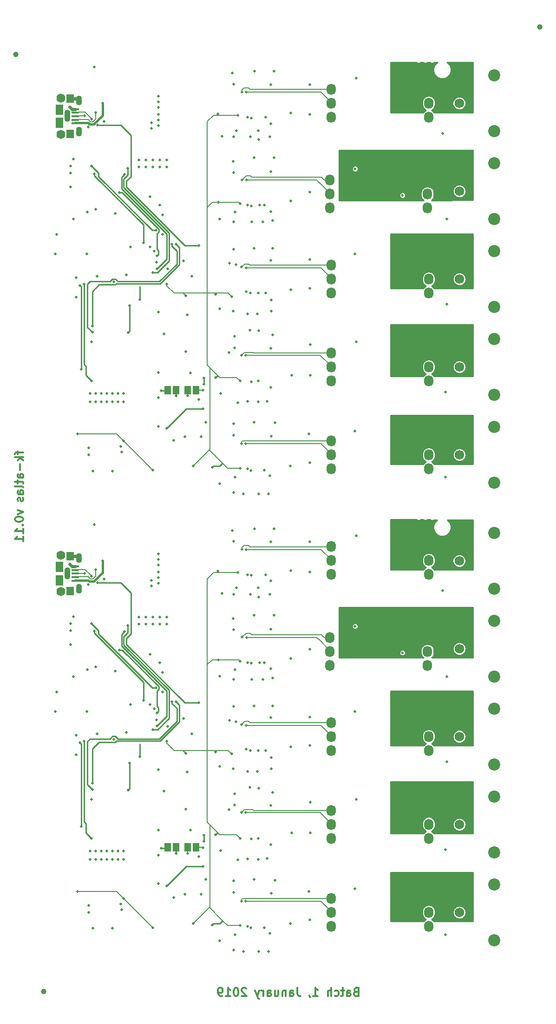
<source format=gbr>
G04 #@! TF.GenerationSoftware,KiCad,Pcbnew,(5.0.0)*
G04 #@! TF.CreationDate,2019-01-02T11:46:48-06:00*
G04 #@! TF.ProjectId,fk-atlas-v0.11-01x02,666B2D61746C61732D76302E31312D30,0.1*
G04 #@! TF.SameCoordinates,Original*
G04 #@! TF.FileFunction,Copper,L4,Bot,Signal*
G04 #@! TF.FilePolarity,Positive*
%FSLAX46Y46*%
G04 Gerber Fmt 4.6, Leading zero omitted, Abs format (unit mm)*
G04 Created by KiCad (PCBNEW (5.0.0)) date 01/02/19 11:46:48*
%MOMM*%
%LPD*%
G01*
G04 APERTURE LIST*
G04 #@! TA.AperFunction,NonConductor*
%ADD10C,0.300000*%
G04 #@! TD*
G04 #@! TA.AperFunction,BGAPad,CuDef*
%ADD11C,1.000000*%
G04 #@! TD*
G04 #@! TA.AperFunction,SMDPad,CuDef*
%ADD12R,1.168400X1.600200*%
G04 #@! TD*
G04 #@! TA.AperFunction,ComponentPad*
%ADD13C,1.727200*%
G04 #@! TD*
G04 #@! TA.AperFunction,ComponentPad*
%ADD14C,2.200000*%
G04 #@! TD*
G04 #@! TA.AperFunction,ComponentPad*
%ADD15O,1.727200X2.032000*%
G04 #@! TD*
G04 #@! TA.AperFunction,SMDPad,CuDef*
%ADD16R,1.400000X1.600000*%
G04 #@! TD*
G04 #@! TA.AperFunction,SMDPad,CuDef*
%ADD17R,1.350000X0.400000*%
G04 #@! TD*
G04 #@! TA.AperFunction,ComponentPad*
%ADD18O,1.600000X1.651000*%
G04 #@! TD*
G04 #@! TA.AperFunction,SMDPad,CuDef*
%ADD19R,1.400000X1.900000*%
G04 #@! TD*
G04 #@! TA.AperFunction,ComponentPad*
%ADD20O,1.100000X1.800000*%
G04 #@! TD*
G04 #@! TA.AperFunction,ComponentPad*
%ADD21O,1.100000X2.200000*%
G04 #@! TD*
G04 #@! TA.AperFunction,ViaPad*
%ADD22C,0.500000*%
G04 #@! TD*
G04 #@! TA.AperFunction,Conductor*
%ADD23C,0.254000*%
G04 #@! TD*
G04 #@! TA.AperFunction,Conductor*
%ADD24C,0.587000*%
G04 #@! TD*
G04 #@! TA.AperFunction,Conductor*
%ADD25C,0.203000*%
G04 #@! TD*
G04 #@! TA.AperFunction,Conductor*
%ADD26C,0.381000*%
G04 #@! TD*
G04 APERTURE END LIST*
D10*
X240317114Y-274622257D02*
X240102828Y-274693685D01*
X240031400Y-274765114D01*
X239959971Y-274907971D01*
X239959971Y-275122257D01*
X240031400Y-275265114D01*
X240102828Y-275336542D01*
X240245685Y-275407971D01*
X240817114Y-275407971D01*
X240817114Y-273907971D01*
X240317114Y-273907971D01*
X240174257Y-273979400D01*
X240102828Y-274050828D01*
X240031400Y-274193685D01*
X240031400Y-274336542D01*
X240102828Y-274479400D01*
X240174257Y-274550828D01*
X240317114Y-274622257D01*
X240817114Y-274622257D01*
X238674257Y-275407971D02*
X238674257Y-274622257D01*
X238745685Y-274479400D01*
X238888542Y-274407971D01*
X239174257Y-274407971D01*
X239317114Y-274479400D01*
X238674257Y-275336542D02*
X238817114Y-275407971D01*
X239174257Y-275407971D01*
X239317114Y-275336542D01*
X239388542Y-275193685D01*
X239388542Y-275050828D01*
X239317114Y-274907971D01*
X239174257Y-274836542D01*
X238817114Y-274836542D01*
X238674257Y-274765114D01*
X238174257Y-274407971D02*
X237602828Y-274407971D01*
X237959971Y-273907971D02*
X237959971Y-275193685D01*
X237888542Y-275336542D01*
X237745685Y-275407971D01*
X237602828Y-275407971D01*
X236459971Y-275336542D02*
X236602828Y-275407971D01*
X236888542Y-275407971D01*
X237031400Y-275336542D01*
X237102828Y-275265114D01*
X237174257Y-275122257D01*
X237174257Y-274693685D01*
X237102828Y-274550828D01*
X237031400Y-274479400D01*
X236888542Y-274407971D01*
X236602828Y-274407971D01*
X236459971Y-274479400D01*
X235817114Y-275407971D02*
X235817114Y-273907971D01*
X235174257Y-275407971D02*
X235174257Y-274622257D01*
X235245685Y-274479400D01*
X235388542Y-274407971D01*
X235602828Y-274407971D01*
X235745685Y-274479400D01*
X235817114Y-274550828D01*
X232531400Y-275407971D02*
X233388542Y-275407971D01*
X232959971Y-275407971D02*
X232959971Y-273907971D01*
X233102828Y-274122257D01*
X233245685Y-274265114D01*
X233388542Y-274336542D01*
X231817114Y-275336542D02*
X231817114Y-275407971D01*
X231888542Y-275550828D01*
X231959971Y-275622257D01*
X229602828Y-273907971D02*
X229602828Y-274979400D01*
X229674257Y-275193685D01*
X229817114Y-275336542D01*
X230031400Y-275407971D01*
X230174257Y-275407971D01*
X228245685Y-275407971D02*
X228245685Y-274622257D01*
X228317114Y-274479400D01*
X228459971Y-274407971D01*
X228745685Y-274407971D01*
X228888542Y-274479400D01*
X228245685Y-275336542D02*
X228388542Y-275407971D01*
X228745685Y-275407971D01*
X228888542Y-275336542D01*
X228959971Y-275193685D01*
X228959971Y-275050828D01*
X228888542Y-274907971D01*
X228745685Y-274836542D01*
X228388542Y-274836542D01*
X228245685Y-274765114D01*
X227531400Y-274407971D02*
X227531400Y-275407971D01*
X227531400Y-274550828D02*
X227459971Y-274479400D01*
X227317114Y-274407971D01*
X227102828Y-274407971D01*
X226959971Y-274479400D01*
X226888542Y-274622257D01*
X226888542Y-275407971D01*
X225531400Y-274407971D02*
X225531400Y-275407971D01*
X226174257Y-274407971D02*
X226174257Y-275193685D01*
X226102828Y-275336542D01*
X225959971Y-275407971D01*
X225745685Y-275407971D01*
X225602828Y-275336542D01*
X225531400Y-275265114D01*
X224174257Y-275407971D02*
X224174257Y-274622257D01*
X224245685Y-274479400D01*
X224388542Y-274407971D01*
X224674257Y-274407971D01*
X224817114Y-274479400D01*
X224174257Y-275336542D02*
X224317114Y-275407971D01*
X224674257Y-275407971D01*
X224817114Y-275336542D01*
X224888542Y-275193685D01*
X224888542Y-275050828D01*
X224817114Y-274907971D01*
X224674257Y-274836542D01*
X224317114Y-274836542D01*
X224174257Y-274765114D01*
X223459971Y-275407971D02*
X223459971Y-274407971D01*
X223459971Y-274693685D02*
X223388542Y-274550828D01*
X223317114Y-274479400D01*
X223174257Y-274407971D01*
X223031400Y-274407971D01*
X222674257Y-274407971D02*
X222317114Y-275407971D01*
X221959971Y-274407971D02*
X222317114Y-275407971D01*
X222459971Y-275765114D01*
X222531400Y-275836542D01*
X222674257Y-275907971D01*
X220317114Y-274050828D02*
X220245685Y-273979400D01*
X220102828Y-273907971D01*
X219745685Y-273907971D01*
X219602828Y-273979400D01*
X219531400Y-274050828D01*
X219459971Y-274193685D01*
X219459971Y-274336542D01*
X219531400Y-274550828D01*
X220388542Y-275407971D01*
X219459971Y-275407971D01*
X218531400Y-273907971D02*
X218388542Y-273907971D01*
X218245685Y-273979400D01*
X218174257Y-274050828D01*
X218102828Y-274193685D01*
X218031400Y-274479400D01*
X218031400Y-274836542D01*
X218102828Y-275122257D01*
X218174257Y-275265114D01*
X218245685Y-275336542D01*
X218388542Y-275407971D01*
X218531400Y-275407971D01*
X218674257Y-275336542D01*
X218745685Y-275265114D01*
X218817114Y-275122257D01*
X218888542Y-274836542D01*
X218888542Y-274479400D01*
X218817114Y-274193685D01*
X218745685Y-274050828D01*
X218674257Y-273979400D01*
X218531400Y-273907971D01*
X216602828Y-275407971D02*
X217459971Y-275407971D01*
X217031400Y-275407971D02*
X217031400Y-273907971D01*
X217174257Y-274122257D01*
X217317114Y-274265114D01*
X217459971Y-274336542D01*
X215888542Y-275407971D02*
X215602828Y-275407971D01*
X215459971Y-275336542D01*
X215388542Y-275265114D01*
X215245685Y-275050828D01*
X215174257Y-274765114D01*
X215174257Y-274193685D01*
X215245685Y-274050828D01*
X215317114Y-273979400D01*
X215459971Y-273907971D01*
X215745685Y-273907971D01*
X215888542Y-273979400D01*
X215959971Y-274050828D01*
X216031400Y-274193685D01*
X216031400Y-274550828D01*
X215959971Y-274693685D01*
X215888542Y-274765114D01*
X215745685Y-274836542D01*
X215459971Y-274836542D01*
X215317114Y-274765114D01*
X215245685Y-274693685D01*
X215174257Y-274550828D01*
X178639971Y-176239400D02*
X178639971Y-176810828D01*
X179639971Y-176453685D02*
X178354257Y-176453685D01*
X178211400Y-176525114D01*
X178139971Y-176667971D01*
X178139971Y-176810828D01*
X179639971Y-177310828D02*
X178139971Y-177310828D01*
X179068542Y-177453685D02*
X179639971Y-177882257D01*
X178639971Y-177882257D02*
X179211400Y-177310828D01*
X179068542Y-178525114D02*
X179068542Y-179667971D01*
X179639971Y-181025114D02*
X178854257Y-181025114D01*
X178711400Y-180953685D01*
X178639971Y-180810828D01*
X178639971Y-180525114D01*
X178711400Y-180382257D01*
X179568542Y-181025114D02*
X179639971Y-180882257D01*
X179639971Y-180525114D01*
X179568542Y-180382257D01*
X179425685Y-180310828D01*
X179282828Y-180310828D01*
X179139971Y-180382257D01*
X179068542Y-180525114D01*
X179068542Y-180882257D01*
X178997114Y-181025114D01*
X178639971Y-181525114D02*
X178639971Y-182096542D01*
X178139971Y-181739400D02*
X179425685Y-181739400D01*
X179568542Y-181810828D01*
X179639971Y-181953685D01*
X179639971Y-182096542D01*
X179639971Y-182810828D02*
X179568542Y-182667971D01*
X179425685Y-182596542D01*
X178139971Y-182596542D01*
X179639971Y-184025114D02*
X178854257Y-184025114D01*
X178711400Y-183953685D01*
X178639971Y-183810828D01*
X178639971Y-183525114D01*
X178711400Y-183382257D01*
X179568542Y-184025114D02*
X179639971Y-183882257D01*
X179639971Y-183525114D01*
X179568542Y-183382257D01*
X179425685Y-183310828D01*
X179282828Y-183310828D01*
X179139971Y-183382257D01*
X179068542Y-183525114D01*
X179068542Y-183882257D01*
X178997114Y-184025114D01*
X179568542Y-184667971D02*
X179639971Y-184810828D01*
X179639971Y-185096542D01*
X179568542Y-185239400D01*
X179425685Y-185310828D01*
X179354257Y-185310828D01*
X179211400Y-185239400D01*
X179139971Y-185096542D01*
X179139971Y-184882257D01*
X179068542Y-184739400D01*
X178925685Y-184667971D01*
X178854257Y-184667971D01*
X178711400Y-184739400D01*
X178639971Y-184882257D01*
X178639971Y-185096542D01*
X178711400Y-185239400D01*
X178639971Y-186953685D02*
X179639971Y-187310828D01*
X178639971Y-187667971D01*
X178139971Y-188525114D02*
X178139971Y-188667971D01*
X178211400Y-188810828D01*
X178282828Y-188882257D01*
X178425685Y-188953685D01*
X178711400Y-189025114D01*
X179068542Y-189025114D01*
X179354257Y-188953685D01*
X179497114Y-188882257D01*
X179568542Y-188810828D01*
X179639971Y-188667971D01*
X179639971Y-188525114D01*
X179568542Y-188382257D01*
X179497114Y-188310828D01*
X179354257Y-188239400D01*
X179068542Y-188167971D01*
X178711400Y-188167971D01*
X178425685Y-188239400D01*
X178282828Y-188310828D01*
X178211400Y-188382257D01*
X178139971Y-188525114D01*
X179497114Y-189667971D02*
X179568542Y-189739400D01*
X179639971Y-189667971D01*
X179568542Y-189596542D01*
X179497114Y-189667971D01*
X179639971Y-189667971D01*
X179639971Y-191167971D02*
X179639971Y-190310828D01*
X179639971Y-190739400D02*
X178139971Y-190739400D01*
X178354257Y-190596542D01*
X178497114Y-190453685D01*
X178568542Y-190310828D01*
X179639971Y-192596542D02*
X179639971Y-191739400D01*
X179639971Y-192167971D02*
X178139971Y-192167971D01*
X178354257Y-192025114D01*
X178497114Y-191882257D01*
X178568542Y-191739400D01*
D11*
G04 #@! TO.P,REF\002A\002A,~*
G04 #@! TO.N,N/C*
X183361400Y-274609400D03*
G04 #@! TD*
D12*
G04 #@! TO.P,J8,2*
G04 #@! TO.N,VCC*
X211205400Y-248334400D03*
G04 #@! TO.P,J8,1*
G04 #@! TO.N,3V3*
X209681400Y-248334400D03*
G04 #@! TD*
D13*
G04 #@! TO.P,J201,1*
G04 #@! TO.N,/isolated_atlas0/EC_PGND*
X259131900Y-193597400D03*
G04 #@! TO.P,J201,2*
G04 #@! TO.N,Net-(J201-Pad2)*
X259131900Y-196137400D03*
D14*
G04 #@! TO.P,J201,3*
G04 #@! TO.N,N/C*
X265481900Y-191057400D03*
G04 #@! TO.P,J201,4*
X265481900Y-201217400D03*
G04 #@! TD*
D13*
G04 #@! TO.P,J601,1*
G04 #@! TO.N,/isolated_atlas4/ORP_PGND*
X259195400Y-257605400D03*
G04 #@! TO.P,J601,2*
G04 #@! TO.N,Net-(J601-Pad2)*
X259195400Y-260145400D03*
D14*
G04 #@! TO.P,J601,3*
G04 #@! TO.N,N/C*
X265545400Y-255065400D03*
G04 #@! TO.P,J601,4*
X265545400Y-265225400D03*
G04 #@! TD*
D15*
G04 #@! TO.P,U502,1*
G04 #@! TO.N,/isolated_atlas3/ISO_SCL*
X235806520Y-241595888D03*
G04 #@! TO.P,U502,2*
G04 #@! TO.N,/isolated_atlas3/ISO_SDA*
X235806520Y-244135888D03*
G04 #@! TO.P,U502,4*
G04 #@! TO.N,/isolated_atlas3/ISO_GND*
X235806520Y-246675888D03*
G04 #@! TO.P,U502,6*
G04 #@! TO.N,/isolated_atlas3/DO_PGND*
X253586520Y-241595888D03*
G04 #@! TO.P,U502,5*
G04 #@! TO.N,Net-(J501-Pad2)*
X253586520Y-244135888D03*
G04 #@! TO.P,U502,3*
G04 #@! TO.N,/isolated_atlas3/ISO_VCC*
X253586520Y-246675888D03*
G04 #@! TD*
D12*
G04 #@! TO.P,J3,1*
G04 #@! TO.N,3V3*
X207522400Y-248334400D03*
G04 #@! TO.P,J3,2*
G04 #@! TO.N,/PERIPH_3V3*
X205998400Y-248334400D03*
G04 #@! TD*
D13*
G04 #@! TO.P,J501,1*
G04 #@! TO.N,/isolated_atlas3/DO_PGND*
X259195400Y-241603400D03*
G04 #@! TO.P,J501,2*
G04 #@! TO.N,Net-(J501-Pad2)*
X259195400Y-244143400D03*
D14*
G04 #@! TO.P,J501,3*
G04 #@! TO.N,N/C*
X265545400Y-239063400D03*
G04 #@! TO.P,J501,4*
X265545400Y-249223400D03*
G04 #@! TD*
D15*
G04 #@! TO.P,U602,1*
G04 #@! TO.N,/isolated_atlas4/ISO_SCL*
X235806520Y-257613388D03*
G04 #@! TO.P,U602,2*
G04 #@! TO.N,/isolated_atlas4/ISO_SDA*
X235806520Y-260153388D03*
G04 #@! TO.P,U602,4*
G04 #@! TO.N,/isolated_atlas4/ISO_GND*
X235806520Y-262693388D03*
G04 #@! TO.P,U602,6*
G04 #@! TO.N,/isolated_atlas4/ORP_PGND*
X253586520Y-257613388D03*
G04 #@! TO.P,U602,5*
G04 #@! TO.N,Net-(J601-Pad2)*
X253586520Y-260153388D03*
G04 #@! TO.P,U602,3*
G04 #@! TO.N,/isolated_atlas4/ISO_VCC*
X253586520Y-262693388D03*
G04 #@! TD*
G04 #@! TO.P,U202,1*
G04 #@! TO.N,/isolated_atlas0/ISO_SCL*
X235812120Y-193563388D03*
G04 #@! TO.P,U202,2*
G04 #@! TO.N,/isolated_atlas0/ISO_SDA*
X235812120Y-196103388D03*
G04 #@! TO.P,U202,4*
G04 #@! TO.N,/isolated_atlas0/ISO_GND*
X235812120Y-198643388D03*
G04 #@! TO.P,U202,6*
G04 #@! TO.N,/isolated_atlas0/EC_PGND*
X253592120Y-193563388D03*
G04 #@! TO.P,U202,5*
G04 #@! TO.N,Net-(J201-Pad2)*
X253592120Y-196103388D03*
G04 #@! TO.P,U202,3*
G04 #@! TO.N,/isolated_atlas0/ISO_VCC*
X253592120Y-198643388D03*
G04 #@! TD*
D13*
G04 #@! TO.P,J301,1*
G04 #@! TO.N,/isolated_atlas1/RTD_PGND*
X259195400Y-209599400D03*
G04 #@! TO.P,J301,2*
G04 #@! TO.N,Net-(J301-Pad2)*
X259195400Y-212139400D03*
D14*
G04 #@! TO.P,J301,3*
G04 #@! TO.N,N/C*
X265545400Y-207059400D03*
G04 #@! TO.P,J301,4*
X265545400Y-217219400D03*
G04 #@! TD*
D15*
G04 #@! TO.P,U402,1*
G04 #@! TO.N,/isolated_atlas2/ISO_SCL*
X235812120Y-225609388D03*
G04 #@! TO.P,U402,2*
G04 #@! TO.N,/isolated_atlas2/ISO_SDA*
X235812120Y-228149388D03*
G04 #@! TO.P,U402,4*
G04 #@! TO.N,/isolated_atlas2/ISO_GND*
X235812120Y-230689388D03*
G04 #@! TO.P,U402,6*
G04 #@! TO.N,/isolated_atlas2/PH_PGND*
X253592120Y-225609388D03*
G04 #@! TO.P,U402,5*
G04 #@! TO.N,Net-(J401-Pad2)*
X253592120Y-228149388D03*
G04 #@! TO.P,U402,3*
G04 #@! TO.N,/isolated_atlas2/ISO_VCC*
X253592120Y-230689388D03*
G04 #@! TD*
D16*
G04 #@! TO.P,J9,6*
G04 #@! TO.N,Net-(J9-Pad6)*
X188249900Y-201693400D03*
D17*
G04 #@! TO.P,J9,5*
G04 #@! TO.N,GND*
X189169900Y-197193400D03*
G04 #@! TO.P,J9,4*
G04 #@! TO.N,Net-(J2-Pad4)*
X189169900Y-197843400D03*
G04 #@! TO.P,J9,1*
G04 #@! TO.N,VUSB*
X189169900Y-199793400D03*
G04 #@! TO.P,J9,2*
G04 #@! TO.N,/USB-*
X189169900Y-199143400D03*
D18*
G04 #@! TO.P,J9,*
G04 #@! TO.N,*
X186499900Y-195193400D03*
D19*
G04 #@! TO.P,J9,8*
G04 #@! TO.N,Net-(J9-Pad8)*
X186249900Y-199693400D03*
D18*
G04 #@! TO.P,J9,*
G04 #@! TO.N,*
X186499900Y-201793400D03*
D19*
G04 #@! TO.P,J9,9*
G04 #@! TO.N,Net-(J9-Pad9)*
X186249900Y-197293400D03*
D17*
G04 #@! TO.P,J9,3*
G04 #@! TO.N,/USB+*
X189169900Y-198493400D03*
D16*
G04 #@! TO.P,J9,7*
G04 #@! TO.N,Net-(C13-Pad1)*
X188249900Y-195293400D03*
G04 #@! TD*
D13*
G04 #@! TO.P,J401,1*
G04 #@! TO.N,/isolated_atlas2/PH_PGND*
X259195400Y-225597400D03*
G04 #@! TO.P,J401,2*
G04 #@! TO.N,Net-(J401-Pad2)*
X259195400Y-228137400D03*
D14*
G04 #@! TO.P,J401,3*
G04 #@! TO.N,N/C*
X265545400Y-223057400D03*
G04 #@! TO.P,J401,4*
X265545400Y-233217400D03*
G04 #@! TD*
D15*
G04 #@! TO.P,U302,3*
G04 #@! TO.N,/isolated_atlas1/ISO_VCC*
X253363520Y-215195388D03*
G04 #@! TO.P,U302,5*
G04 #@! TO.N,Net-(J301-Pad2)*
X253363520Y-212655388D03*
G04 #@! TO.P,U302,6*
G04 #@! TO.N,/isolated_atlas1/RTD_PGND*
X253363520Y-210115388D03*
G04 #@! TO.P,U302,4*
G04 #@! TO.N,/isolated_atlas1/ISO_GND*
X235583520Y-215195388D03*
G04 #@! TO.P,U302,2*
G04 #@! TO.N,/isolated_atlas1/ISO_SDA*
X235583520Y-212655388D03*
G04 #@! TO.P,U302,1*
G04 #@! TO.N,/isolated_atlas1/ISO_SCL*
X235583520Y-210115388D03*
G04 #@! TD*
D20*
G04 #@! TO.P,J2,6*
G04 #@! TO.N,Net-(C13-Pad1)*
X189865400Y-195653400D03*
G04 #@! TO.P,J2,7*
G04 #@! TO.N,Net-(J2-Pad7)*
X189865400Y-201253400D03*
D21*
G04 #@! TO.P,J2,8*
G04 #@! TO.N,Net-(J2-Pad8)*
X187715400Y-198453400D03*
G04 #@! TD*
D11*
G04 #@! TO.P,REF\002A\002A,~*
G04 #@! TO.N,N/C*
X273851400Y-99009400D03*
G04 #@! TD*
G04 #@! TO.P,REF\002A\002A,~*
G04 #@! TO.N,N/C*
X178350000Y-104000000D03*
G04 #@! TD*
D16*
G04 #@! TO.P,J9,7*
G04 #@! TO.N,Net-(C13-Pad1)*
X188249900Y-112023400D03*
D17*
G04 #@! TO.P,J9,3*
G04 #@! TO.N,/USB+*
X189169900Y-115223400D03*
D19*
G04 #@! TO.P,J9,9*
G04 #@! TO.N,Net-(J9-Pad9)*
X186249900Y-114023400D03*
D18*
G04 #@! TO.P,J9,*
G04 #@! TO.N,*
X186499900Y-118523400D03*
D19*
G04 #@! TO.P,J9,8*
G04 #@! TO.N,Net-(J9-Pad8)*
X186249900Y-116423400D03*
D18*
G04 #@! TO.P,J9,*
G04 #@! TO.N,*
X186499900Y-111923400D03*
D17*
G04 #@! TO.P,J9,2*
G04 #@! TO.N,/USB-*
X189169900Y-115873400D03*
G04 #@! TO.P,J9,1*
G04 #@! TO.N,VUSB*
X189169900Y-116523400D03*
G04 #@! TO.P,J9,4*
G04 #@! TO.N,Net-(J2-Pad4)*
X189169900Y-114573400D03*
G04 #@! TO.P,J9,5*
G04 #@! TO.N,GND*
X189169900Y-113923400D03*
D16*
G04 #@! TO.P,J9,6*
G04 #@! TO.N,Net-(J9-Pad6)*
X188249900Y-118423400D03*
G04 #@! TD*
D21*
G04 #@! TO.P,J2,8*
G04 #@! TO.N,Net-(J2-Pad8)*
X187715400Y-115183400D03*
D20*
G04 #@! TO.P,J2,7*
G04 #@! TO.N,Net-(J2-Pad7)*
X189865400Y-117983400D03*
G04 #@! TO.P,J2,6*
G04 #@! TO.N,Net-(C13-Pad1)*
X189865400Y-112383400D03*
G04 #@! TD*
D15*
G04 #@! TO.P,U302,1*
G04 #@! TO.N,/isolated_atlas1/ISO_SCL*
X235583520Y-126845388D03*
G04 #@! TO.P,U302,2*
G04 #@! TO.N,/isolated_atlas1/ISO_SDA*
X235583520Y-129385388D03*
G04 #@! TO.P,U302,4*
G04 #@! TO.N,/isolated_atlas1/ISO_GND*
X235583520Y-131925388D03*
G04 #@! TO.P,U302,6*
G04 #@! TO.N,/isolated_atlas1/RTD_PGND*
X253363520Y-126845388D03*
G04 #@! TO.P,U302,5*
G04 #@! TO.N,Net-(J301-Pad2)*
X253363520Y-129385388D03*
G04 #@! TO.P,U302,3*
G04 #@! TO.N,/isolated_atlas1/ISO_VCC*
X253363520Y-131925388D03*
G04 #@! TD*
D12*
G04 #@! TO.P,J3,2*
G04 #@! TO.N,/PERIPH_3V3*
X205998400Y-165064400D03*
G04 #@! TO.P,J3,1*
G04 #@! TO.N,3V3*
X207522400Y-165064400D03*
G04 #@! TD*
D15*
G04 #@! TO.P,U202,3*
G04 #@! TO.N,/isolated_atlas0/ISO_VCC*
X253592120Y-115373388D03*
G04 #@! TO.P,U202,5*
G04 #@! TO.N,Net-(J201-Pad2)*
X253592120Y-112833388D03*
G04 #@! TO.P,U202,6*
G04 #@! TO.N,/isolated_atlas0/EC_PGND*
X253592120Y-110293388D03*
G04 #@! TO.P,U202,4*
G04 #@! TO.N,/isolated_atlas0/ISO_GND*
X235812120Y-115373388D03*
G04 #@! TO.P,U202,2*
G04 #@! TO.N,/isolated_atlas0/ISO_SDA*
X235812120Y-112833388D03*
G04 #@! TO.P,U202,1*
G04 #@! TO.N,/isolated_atlas0/ISO_SCL*
X235812120Y-110293388D03*
G04 #@! TD*
G04 #@! TO.P,U402,3*
G04 #@! TO.N,/isolated_atlas2/ISO_VCC*
X253592120Y-147419388D03*
G04 #@! TO.P,U402,5*
G04 #@! TO.N,Net-(J401-Pad2)*
X253592120Y-144879388D03*
G04 #@! TO.P,U402,6*
G04 #@! TO.N,/isolated_atlas2/PH_PGND*
X253592120Y-142339388D03*
G04 #@! TO.P,U402,4*
G04 #@! TO.N,/isolated_atlas2/ISO_GND*
X235812120Y-147419388D03*
G04 #@! TO.P,U402,2*
G04 #@! TO.N,/isolated_atlas2/ISO_SDA*
X235812120Y-144879388D03*
G04 #@! TO.P,U402,1*
G04 #@! TO.N,/isolated_atlas2/ISO_SCL*
X235812120Y-142339388D03*
G04 #@! TD*
G04 #@! TO.P,U502,3*
G04 #@! TO.N,/isolated_atlas3/ISO_VCC*
X253586520Y-163405888D03*
G04 #@! TO.P,U502,5*
G04 #@! TO.N,Net-(J501-Pad2)*
X253586520Y-160865888D03*
G04 #@! TO.P,U502,6*
G04 #@! TO.N,/isolated_atlas3/DO_PGND*
X253586520Y-158325888D03*
G04 #@! TO.P,U502,4*
G04 #@! TO.N,/isolated_atlas3/ISO_GND*
X235806520Y-163405888D03*
G04 #@! TO.P,U502,2*
G04 #@! TO.N,/isolated_atlas3/ISO_SDA*
X235806520Y-160865888D03*
G04 #@! TO.P,U502,1*
G04 #@! TO.N,/isolated_atlas3/ISO_SCL*
X235806520Y-158325888D03*
G04 #@! TD*
G04 #@! TO.P,U602,3*
G04 #@! TO.N,/isolated_atlas4/ISO_VCC*
X253586520Y-179423388D03*
G04 #@! TO.P,U602,5*
G04 #@! TO.N,Net-(J601-Pad2)*
X253586520Y-176883388D03*
G04 #@! TO.P,U602,6*
G04 #@! TO.N,/isolated_atlas4/ORP_PGND*
X253586520Y-174343388D03*
G04 #@! TO.P,U602,4*
G04 #@! TO.N,/isolated_atlas4/ISO_GND*
X235806520Y-179423388D03*
G04 #@! TO.P,U602,2*
G04 #@! TO.N,/isolated_atlas4/ISO_SDA*
X235806520Y-176883388D03*
G04 #@! TO.P,U602,1*
G04 #@! TO.N,/isolated_atlas4/ISO_SCL*
X235806520Y-174343388D03*
G04 #@! TD*
D14*
G04 #@! TO.P,J601,4*
G04 #@! TO.N,N/C*
X265545400Y-181955400D03*
G04 #@! TO.P,J601,3*
X265545400Y-171795400D03*
D13*
G04 #@! TO.P,J601,2*
G04 #@! TO.N,Net-(J601-Pad2)*
X259195400Y-176875400D03*
G04 #@! TO.P,J601,1*
G04 #@! TO.N,/isolated_atlas4/ORP_PGND*
X259195400Y-174335400D03*
G04 #@! TD*
D14*
G04 #@! TO.P,J501,4*
G04 #@! TO.N,N/C*
X265545400Y-165953400D03*
G04 #@! TO.P,J501,3*
X265545400Y-155793400D03*
D13*
G04 #@! TO.P,J501,2*
G04 #@! TO.N,Net-(J501-Pad2)*
X259195400Y-160873400D03*
G04 #@! TO.P,J501,1*
G04 #@! TO.N,/isolated_atlas3/DO_PGND*
X259195400Y-158333400D03*
G04 #@! TD*
D14*
G04 #@! TO.P,J301,4*
G04 #@! TO.N,N/C*
X265545400Y-133949400D03*
G04 #@! TO.P,J301,3*
X265545400Y-123789400D03*
D13*
G04 #@! TO.P,J301,2*
G04 #@! TO.N,Net-(J301-Pad2)*
X259195400Y-128869400D03*
G04 #@! TO.P,J301,1*
G04 #@! TO.N,/isolated_atlas1/RTD_PGND*
X259195400Y-126329400D03*
G04 #@! TD*
D14*
G04 #@! TO.P,J401,4*
G04 #@! TO.N,N/C*
X265545400Y-149947400D03*
G04 #@! TO.P,J401,3*
X265545400Y-139787400D03*
D13*
G04 #@! TO.P,J401,2*
G04 #@! TO.N,Net-(J401-Pad2)*
X259195400Y-144867400D03*
G04 #@! TO.P,J401,1*
G04 #@! TO.N,/isolated_atlas2/PH_PGND*
X259195400Y-142327400D03*
G04 #@! TD*
D14*
G04 #@! TO.P,J201,4*
G04 #@! TO.N,N/C*
X265481900Y-117947400D03*
G04 #@! TO.P,J201,3*
X265481900Y-107787400D03*
D13*
G04 #@! TO.P,J201,2*
G04 #@! TO.N,Net-(J201-Pad2)*
X259131900Y-112867400D03*
G04 #@! TO.P,J201,1*
G04 #@! TO.N,/isolated_atlas0/EC_PGND*
X259131900Y-110327400D03*
G04 #@! TD*
D12*
G04 #@! TO.P,J8,1*
G04 #@! TO.N,3V3*
X209681400Y-165064400D03*
G04 #@! TO.P,J8,2*
G04 #@! TO.N,VCC*
X211205400Y-165064400D03*
G04 #@! TD*
D22*
G04 #@! TO.N,GND*
X204347400Y-166461400D03*
X222635400Y-183987400D03*
X218063400Y-183733400D03*
X224667400Y-180685400D03*
X204347400Y-161889400D03*
X191647400Y-175605400D03*
X188345400Y-124297400D03*
X188345400Y-125567400D03*
X188345400Y-128107400D03*
X189361400Y-144617400D03*
X185551400Y-140299400D03*
X185805400Y-136743400D03*
X193171400Y-144363400D03*
X224921400Y-148681400D03*
X221111400Y-147411400D03*
X198505400Y-144109400D03*
X199267400Y-139029400D03*
X203585400Y-139791400D03*
X205109400Y-133187400D03*
X202823400Y-129885400D03*
X204601400Y-131409400D03*
X192663400Y-106263400D03*
X192917400Y-132171400D03*
X196473400Y-132933400D03*
X204347400Y-111597400D03*
X204347400Y-112613400D03*
X204347400Y-113629400D03*
X204347400Y-114899400D03*
X204347400Y-115915400D03*
X204347400Y-116931400D03*
X203077400Y-116423400D03*
X203077400Y-117439400D03*
X194441400Y-116169400D03*
X224794400Y-116550400D03*
X222517600Y-117820400D03*
X218571400Y-117820400D03*
X222762400Y-131409400D03*
X224794400Y-132552400D03*
X218317400Y-132679400D03*
X217936400Y-150713400D03*
X222508400Y-147411400D03*
X222508400Y-163413400D03*
X221238400Y-163540400D03*
X222508400Y-167223400D03*
X218825400Y-167350400D03*
X224794400Y-164556400D03*
X212606490Y-163967849D03*
X212606490Y-162878689D03*
X203966400Y-141823400D03*
X210443400Y-144363400D03*
X191484268Y-117200965D03*
X188154900Y-113502400D03*
X209300400Y-158079400D03*
X205363400Y-154840900D03*
X204347400Y-150903900D03*
X192155400Y-156301400D03*
X196981400Y-165699400D03*
X195965400Y-165699400D03*
X194949400Y-165699400D03*
X193933400Y-165699400D03*
X191901400Y-165699400D03*
X192917400Y-165699400D03*
X197997400Y-165699400D03*
X204347400Y-171668400D03*
X221243143Y-115535348D03*
X221243143Y-131537348D03*
X222381400Y-151221400D03*
X218063400Y-134457400D03*
X223333998Y-134457400D03*
X222635400Y-119471400D03*
X218063400Y-118963400D03*
X221186935Y-179707167D03*
X218317400Y-180939400D03*
X212094400Y-173573400D03*
X209173400Y-173573400D03*
X197616400Y-176367400D03*
X195965400Y-179796400D03*
X191266400Y-140299400D03*
X217936400Y-233983400D03*
X188345400Y-208837400D03*
X199267400Y-222299400D03*
X204347400Y-194867400D03*
X203077400Y-200709400D03*
X210443400Y-227633400D03*
X191484268Y-200470965D03*
X188154900Y-196772400D03*
X205363400Y-238110900D03*
X221111400Y-230681400D03*
X204347400Y-199185400D03*
X218571400Y-201090400D03*
X191647400Y-258875400D03*
X185805400Y-220013400D03*
X218317400Y-215949400D03*
X218825400Y-250620400D03*
X204347400Y-234173900D03*
X196473400Y-216203400D03*
X221238400Y-246810400D03*
X209300400Y-241349400D03*
X192155400Y-239571400D03*
X204347400Y-195883400D03*
X198505400Y-227379400D03*
X203077400Y-199693400D03*
X195965400Y-248969400D03*
X204347400Y-249731400D03*
X192917400Y-215441400D03*
X205109400Y-216457400D03*
X202823400Y-213155400D03*
X192663400Y-189533400D03*
X196981400Y-248969400D03*
X212606490Y-247237849D03*
X194949400Y-248969400D03*
X218063400Y-267003400D03*
X188345400Y-207567400D03*
X189361400Y-227887400D03*
X204347400Y-245159400D03*
X204347400Y-196899400D03*
X222762400Y-214679400D03*
X188345400Y-211377400D03*
X224794400Y-247826400D03*
X203585400Y-223061400D03*
X185551400Y-223569400D03*
X224667400Y-263955400D03*
X204601400Y-214679400D03*
X204347400Y-200201400D03*
X194441400Y-199439400D03*
X222508400Y-246683400D03*
X224921400Y-231951400D03*
X212606490Y-246148689D03*
X193171400Y-227633400D03*
X204347400Y-198169400D03*
X224794400Y-199820400D03*
X224794400Y-215822400D03*
X222508400Y-250493400D03*
X203966400Y-225093400D03*
X222635400Y-267257400D03*
X222508400Y-230681400D03*
X222517600Y-201090400D03*
X191901400Y-248969400D03*
X221243143Y-214807348D03*
X197997400Y-248969400D03*
X218317400Y-264209400D03*
X222635400Y-202741400D03*
X218063400Y-202233400D03*
X222381400Y-234491400D03*
X209173400Y-256843400D03*
X223333998Y-217727400D03*
X204347400Y-254938400D03*
X218063400Y-217727400D03*
X191266400Y-223569400D03*
X221186935Y-262977167D03*
X193933400Y-248969400D03*
X221243143Y-198805348D03*
X192917400Y-248969400D03*
X212094400Y-256843400D03*
X197616400Y-259637400D03*
X195965400Y-263066400D03*
G04 #@! TO.N,/SWCLK*
X192155400Y-124297400D03*
X203864800Y-136006800D03*
X203864800Y-219276800D03*
X192155400Y-207567400D03*
G04 #@! TO.N,/SWDIO*
X192663400Y-125694400D03*
X201578800Y-138267400D03*
X192663400Y-208964400D03*
X201578800Y-221537400D03*
G04 #@! TO.N,3V3*
X191647400Y-176875400D03*
X189361400Y-148173400D03*
X188853400Y-123027400D03*
X196219400Y-145379400D03*
X191393400Y-132679400D03*
X188853400Y-133949400D03*
X208919400Y-141569400D03*
X202823400Y-139029400D03*
X205109400Y-136743400D03*
X200791400Y-123154400D03*
X202061400Y-123154400D03*
X203331400Y-123154400D03*
X204601400Y-123154400D03*
X205871400Y-123154400D03*
X205871400Y-124424400D03*
X204601400Y-124424400D03*
X203331400Y-124424400D03*
X202061400Y-124424400D03*
X200791400Y-124424400D03*
X206035175Y-143003175D03*
X209554400Y-151348400D03*
X209617900Y-166143900D03*
X210189400Y-161952900D03*
X191901400Y-167223400D03*
X192917400Y-167223400D03*
X193933400Y-167223400D03*
X194949400Y-167223400D03*
X195965400Y-167223400D03*
X196981400Y-167223400D03*
X197997400Y-167223400D03*
X207141400Y-174208400D03*
X207522400Y-166118500D03*
X192409400Y-179796400D03*
X197489400Y-175351400D03*
X192409400Y-263066400D03*
X188853400Y-206297400D03*
X203331400Y-207694400D03*
X203331400Y-206424400D03*
X196219400Y-228649400D03*
X206035175Y-226273175D03*
X205109400Y-220013400D03*
X192917400Y-250493400D03*
X193933400Y-250493400D03*
X207522400Y-249388500D03*
X197997400Y-250493400D03*
X188853400Y-217219400D03*
X202061400Y-206424400D03*
X205871400Y-207694400D03*
X200791400Y-207694400D03*
X194949400Y-250493400D03*
X196981400Y-250493400D03*
X204601400Y-207694400D03*
X205871400Y-206424400D03*
X210189400Y-245222900D03*
X191901400Y-250493400D03*
X207141400Y-257478400D03*
X191393400Y-215949400D03*
X208919400Y-224839400D03*
X197489400Y-258621400D03*
X202061400Y-207694400D03*
X189361400Y-231443400D03*
X204601400Y-206424400D03*
X191647400Y-260145400D03*
X202823400Y-222299400D03*
X200791400Y-206424400D03*
X209554400Y-234618400D03*
X209617900Y-249413900D03*
X195965400Y-250493400D03*
G04 #@! TO.N,/RESET*
X197235400Y-129123400D03*
X204017200Y-140604200D03*
X204017200Y-223874200D03*
X197235400Y-212393400D03*
G04 #@! TO.N,/USB-*
X198759400Y-124678400D03*
X203255200Y-143652200D03*
X192917400Y-114533400D03*
X192917400Y-197803400D03*
X203255200Y-226922200D03*
X198759400Y-207948400D03*
G04 #@! TO.N,/USB+*
X204042600Y-142991800D03*
X198120410Y-125770600D03*
X190885400Y-115183400D03*
X198120410Y-209040600D03*
X190885400Y-198453400D03*
X204042600Y-226261800D03*
G04 #@! TO.N,/D30*
X192282400Y-153380400D03*
X207522400Y-138521400D03*
X207522400Y-221791400D03*
X192282400Y-236650400D03*
G04 #@! TO.N,/D31*
X192282400Y-154523400D03*
X206785800Y-138521400D03*
X192282400Y-237793400D03*
X206785800Y-221791400D03*
G04 #@! TO.N,VUSB*
X194187400Y-112867400D03*
X194187400Y-196137400D03*
G04 #@! TO.N,/SDA2*
X203331400Y-179669400D03*
X189551900Y-173065400D03*
X197997400Y-174335400D03*
X189551900Y-256335400D03*
X203331400Y-262939400D03*
X197997400Y-257605400D03*
G04 #@! TO.N,/PERIPH_3V3*
X204855400Y-165191400D03*
X204855400Y-248461400D03*
G04 #@! TO.N,/SCL1*
X205871400Y-145760400D03*
X209300400Y-147919400D03*
X217682400Y-148046400D03*
X219206400Y-131155400D03*
X219206400Y-163413400D03*
X219206400Y-179288400D03*
X218825400Y-115026400D03*
X210697402Y-178907400D03*
X215142400Y-114772400D03*
X214761400Y-147665400D03*
X214761400Y-162778400D03*
X214126400Y-179161400D03*
X215269400Y-130905401D03*
X205871400Y-229030400D03*
X209300400Y-231189400D03*
X219206400Y-214425400D03*
X219206400Y-246683400D03*
X219206400Y-262558400D03*
X218825400Y-198296400D03*
X215142400Y-198042400D03*
X217682400Y-231316400D03*
X210697402Y-262177400D03*
X214761400Y-230935400D03*
X214761400Y-246048400D03*
X214126400Y-262431400D03*
X215269400Y-214175401D03*
G04 #@! TO.N,/isolated_atlas0/ISO_GND*
X218063400Y-109375800D03*
X221873400Y-107025400D03*
X228477400Y-114645400D03*
X224794400Y-109438400D03*
X240415400Y-108295400D03*
X256163400Y-118328400D03*
X256163400Y-201598400D03*
X221873400Y-190295400D03*
X240415400Y-191565400D03*
X218063400Y-192645800D03*
X228477400Y-197915400D03*
X224794400Y-192708400D03*
G04 #@! TO.N,/isolated_atlas1/ISO_GND*
X218063400Y-125440400D03*
X224794400Y-125313400D03*
X221746400Y-122773400D03*
X228477400Y-130647400D03*
X240161400Y-124805400D03*
X256925400Y-133949400D03*
X224794400Y-208583400D03*
X256925400Y-217219400D03*
X228477400Y-213917400D03*
X221746400Y-206043400D03*
X218063400Y-208710400D03*
X240161400Y-208075400D03*
G04 #@! TO.N,/isolated_atlas2/ISO_GND*
X221746400Y-139283400D03*
X217301400Y-141950400D03*
X218444400Y-142204400D03*
X224794400Y-141442400D03*
X228477400Y-146776400D03*
X256925400Y-149443400D03*
X240161400Y-140299400D03*
X221746400Y-222553400D03*
X240161400Y-223569400D03*
X256925400Y-232713400D03*
X228477400Y-230046400D03*
X224794400Y-224712400D03*
X218444400Y-225474400D03*
X217301400Y-225220400D03*
G04 #@! TO.N,/isolated_atlas3/ISO_GND*
X217174400Y-158206400D03*
X228604400Y-162397400D03*
X240415400Y-156301400D03*
X256671400Y-165445400D03*
X224794400Y-157444400D03*
X218190400Y-157356400D03*
X220984400Y-154142400D03*
X222635400Y-154269400D03*
X256671400Y-248715400D03*
X222635400Y-237539400D03*
X240415400Y-239571400D03*
X218190400Y-240626400D03*
X224794400Y-240714400D03*
X220984400Y-237412400D03*
X228604400Y-245667400D03*
X217174400Y-241476400D03*
G04 #@! TO.N,/isolated_atlas4/ISO_GND*
X228350400Y-178907400D03*
X224921400Y-173446400D03*
X221746400Y-170906400D03*
X218063400Y-173280400D03*
X240161400Y-172557400D03*
X256671400Y-180939400D03*
X224921400Y-256716400D03*
X221746400Y-254176400D03*
X218063400Y-256550400D03*
X240161400Y-255827400D03*
X228350400Y-262177400D03*
X256671400Y-264209400D03*
G04 #@! TO.N,/isolated_atlas0/ISO_VCC*
X217809400Y-107354000D03*
X225429400Y-107025400D03*
X231906400Y-109438400D03*
X231906400Y-114899400D03*
X231906400Y-198169400D03*
X217809400Y-190624000D03*
X225429400Y-190295400D03*
X231906400Y-192708400D03*
G04 #@! TO.N,/isolated_atlas1/ISO_VCC*
X217936400Y-123408400D03*
X231906400Y-128996400D03*
X248797400Y-129631400D03*
X225429400Y-122773400D03*
X231906400Y-212266400D03*
X217936400Y-206678400D03*
X248797400Y-212901400D03*
X225429400Y-206043400D03*
G04 #@! TO.N,/isolated_atlas2/ISO_VCC*
X218063400Y-139410400D03*
X231906400Y-141315400D03*
X231906400Y-146522400D03*
X225175400Y-139283400D03*
X225175400Y-222553400D03*
X231906400Y-229792400D03*
X231906400Y-224585400D03*
X218063400Y-222680400D03*
G04 #@! TO.N,/isolated_atlas3/ISO_VCC*
X218190400Y-155285400D03*
X232033400Y-156809400D03*
X232033400Y-162397400D03*
X225175400Y-155031400D03*
X232033400Y-240079400D03*
X225175400Y-238301400D03*
X218190400Y-238555400D03*
X232033400Y-245667400D03*
G04 #@! TO.N,/isolated_atlas4/ISO_VCC*
X231906400Y-178272400D03*
X231779400Y-173065400D03*
X218063400Y-171160400D03*
X225556400Y-171033400D03*
X218063400Y-254430400D03*
X231906400Y-261542400D03*
X231779400Y-256335400D03*
X225556400Y-254303400D03*
G04 #@! TO.N,/isolated_atlas0/ISO_SCL*
X219511200Y-110784600D03*
X219511200Y-194054600D03*
G04 #@! TO.N,/isolated_atlas0/ISO_SDA*
X220298600Y-110831300D03*
X220298600Y-194101300D03*
G04 #@! TO.N,/isolated_atlas1/ISO_SCL*
X219562000Y-126786600D03*
X219562000Y-210056600D03*
G04 #@! TO.N,/isolated_atlas1/ISO_SDA*
X220374800Y-126831300D03*
X220374800Y-210101300D03*
G04 #@! TO.N,/isolated_atlas2/ISO_SCL*
X219460400Y-142687000D03*
X219460400Y-225957000D03*
G04 #@! TO.N,/isolated_atlas2/ISO_SDA*
X220349400Y-142831300D03*
X220349400Y-226101300D03*
G04 #@! TO.N,/isolated_atlas3/ISO_SCL*
X219485800Y-158714400D03*
X219485800Y-241984400D03*
G04 #@! TO.N,/isolated_atlas3/ISO_SDA*
X220247800Y-158714400D03*
X220247800Y-241984400D03*
G04 #@! TO.N,/isolated_atlas4/ISO_SCL*
X219485800Y-174868800D03*
X219485800Y-258138800D03*
G04 #@! TO.N,/isolated_atlas4/ISO_SDA*
X220222400Y-174843400D03*
X220222400Y-258113400D03*
G04 #@! TO.N,Net-(J2-Pad4)*
X211662600Y-138750000D03*
X193223989Y-116856989D03*
X192155400Y-115712810D03*
X211662600Y-222020000D03*
X193223989Y-200126989D03*
X192155400Y-198982810D03*
G04 #@! TO.N,/A2*
X200943800Y-148579800D03*
X200943800Y-231849800D03*
G04 #@! TO.N,/SCL3*
X192155400Y-163413400D03*
X190758400Y-145760400D03*
X192155400Y-246683400D03*
X190758400Y-229030400D03*
G04 #@! TO.N,/SDA3*
X190229000Y-161254400D03*
X189996400Y-146014400D03*
X190229000Y-244524400D03*
X189996400Y-229284400D03*
G04 #@! TO.N,VCC*
X224413400Y-183987400D03*
X219841400Y-183987400D03*
X224159400Y-167096400D03*
X220564400Y-167164400D03*
X212475400Y-165127900D03*
X211649900Y-166778900D03*
X212983400Y-170906400D03*
X220603400Y-115407400D03*
X223905400Y-115407400D03*
X224667400Y-118963400D03*
X221111400Y-118963400D03*
X221365400Y-134457400D03*
X225175400Y-134203400D03*
X223651400Y-131409400D03*
X220603400Y-131409400D03*
X224921400Y-150713400D03*
X220603400Y-151221400D03*
X220349400Y-147157400D03*
X223905400Y-147411400D03*
X220603400Y-179415400D03*
X223651400Y-179669400D03*
X215904400Y-118836400D03*
X215523400Y-150293400D03*
X215650400Y-165660400D03*
X215523400Y-182082400D03*
X215523400Y-133910400D03*
X215904400Y-202106400D03*
X220564400Y-250434400D03*
X224413400Y-267257400D03*
X223905400Y-198677400D03*
X220603400Y-234491400D03*
X225175400Y-217473400D03*
X212475400Y-248397900D03*
X223905400Y-230681400D03*
X224667400Y-202233400D03*
X212983400Y-254176400D03*
X220603400Y-214679400D03*
X220349400Y-230427400D03*
X223651400Y-262939400D03*
X215523400Y-233563400D03*
X215523400Y-217180400D03*
X220603400Y-198677400D03*
X221111400Y-202233400D03*
X224921400Y-233983400D03*
X215650400Y-248930400D03*
X224159400Y-250366400D03*
X219841400Y-267257400D03*
X221365400Y-217727400D03*
X220603400Y-262685400D03*
X215523400Y-265352400D03*
X211649900Y-250048900D03*
X223651400Y-214679400D03*
G04 #@! TO.N,Net-(R12-Pad1)*
X205871400Y-172049400D03*
X212475400Y-168493400D03*
X205871400Y-255319400D03*
X212475400Y-251763400D03*
G04 #@! TO.N,/D5_FLASH_CS*
X199076900Y-149697400D03*
X198784800Y-154637700D03*
X199076900Y-232967400D03*
X198784800Y-237907700D03*
G04 #@! TD*
D23*
G04 #@! TO.N,GND*
X212606490Y-162878689D02*
X212606490Y-163967849D01*
D24*
X189169900Y-113923400D02*
X188575900Y-113923400D01*
X188575900Y-113923400D02*
X188154900Y-113502400D01*
X188575900Y-197193400D02*
X188154900Y-196772400D01*
D23*
X212606490Y-246148689D02*
X212606490Y-247237849D01*
D24*
X189169900Y-197193400D02*
X188575900Y-197193400D01*
D23*
G04 #@! TO.N,/SWCLK*
X193425400Y-126202400D02*
X203229800Y-136006800D01*
X193425400Y-125567400D02*
X192155400Y-124297400D01*
X193425400Y-125567400D02*
X193425400Y-126202400D01*
X203864800Y-136006800D02*
X203229800Y-136006800D01*
X203864800Y-219276800D02*
X203229800Y-219276800D01*
X193425400Y-209472400D02*
X203229800Y-219276800D01*
X193425400Y-208837400D02*
X193425400Y-209472400D01*
X193425400Y-208837400D02*
X192155400Y-207567400D01*
G04 #@! TO.N,/SWDIO*
X201578800Y-135092400D02*
X201578800Y-138267400D01*
X201578800Y-134963353D02*
X201578800Y-135092400D01*
X192663400Y-125694400D02*
X192663400Y-126047953D01*
X192663400Y-126047953D02*
X201578800Y-134963353D01*
X201578800Y-218233353D02*
X201578800Y-218362400D01*
X201578800Y-218362400D02*
X201578800Y-221537400D01*
X192663400Y-208964400D02*
X192663400Y-209317953D01*
X192663400Y-209317953D02*
X201578800Y-218233353D01*
D25*
G04 #@! TO.N,3V3*
X209681400Y-165064400D02*
X209681400Y-166080400D01*
X209681400Y-166080400D02*
X209617900Y-166143900D01*
D23*
X207522400Y-165064400D02*
X207522400Y-166118500D01*
X207611300Y-166207400D02*
X207522400Y-166118500D01*
X207522400Y-248334400D02*
X207522400Y-249388500D01*
D25*
X209681400Y-248334400D02*
X209681400Y-249350400D01*
X209681400Y-249350400D02*
X209617900Y-249413900D01*
D23*
X207611300Y-249477400D02*
X207522400Y-249388500D01*
G04 #@! TO.N,/RESET*
X204017200Y-140604200D02*
X204267199Y-140354201D01*
X204267199Y-140354201D02*
X204267199Y-139689685D01*
X197743400Y-129123400D02*
X197588953Y-129123400D01*
X204394201Y-135774201D02*
X197743400Y-129123400D01*
X197588953Y-129123400D02*
X197235400Y-129123400D01*
X204394201Y-136260913D02*
X204394201Y-135774201D01*
X204017200Y-136637914D02*
X204394201Y-136260913D01*
X204017200Y-139439686D02*
X204017200Y-136637914D01*
X204267199Y-139689685D02*
X204017200Y-139439686D01*
X197743400Y-212393400D02*
X197588953Y-212393400D01*
X204394201Y-219044201D02*
X197743400Y-212393400D01*
X204017200Y-223874200D02*
X204267199Y-223624201D01*
X204267199Y-223624201D02*
X204267199Y-222959685D01*
X197588953Y-212393400D02*
X197235400Y-212393400D01*
X204267199Y-222959685D02*
X204017200Y-222709686D01*
X204017200Y-219907914D02*
X204394201Y-219530913D01*
X204017200Y-222709686D02*
X204017200Y-219907914D01*
X204394201Y-219530913D02*
X204394201Y-219044201D01*
G04 #@! TO.N,/USB-*
X198759400Y-124678400D02*
X198759400Y-125915124D01*
X198759400Y-125915124D02*
X197997420Y-126677104D01*
X197997420Y-126677104D02*
X197997420Y-128209020D01*
X197997420Y-128209020D02*
X206241119Y-136452719D01*
X206241119Y-136452719D02*
X206241119Y-141576795D01*
X206241119Y-141576795D02*
X204165714Y-143652200D01*
X204165714Y-143652200D02*
X203255200Y-143652200D01*
D25*
X192917400Y-114886953D02*
X192917400Y-114533400D01*
X191500216Y-115803400D02*
X191913527Y-116216711D01*
X191913527Y-116216711D02*
X192397273Y-116216711D01*
X189163400Y-115803400D02*
X191500216Y-115803400D01*
X192397273Y-116216711D02*
X192917400Y-115696584D01*
X192917400Y-115696584D02*
X192917400Y-114886953D01*
D23*
X197997420Y-209947104D02*
X197997420Y-211479020D01*
D25*
X192917400Y-198156953D02*
X192917400Y-197803400D01*
X189163400Y-199073400D02*
X191500216Y-199073400D01*
X192397273Y-199486711D02*
X192917400Y-198966584D01*
X192917400Y-198966584D02*
X192917400Y-198156953D01*
X191913527Y-199486711D02*
X192397273Y-199486711D01*
X191500216Y-199073400D02*
X191913527Y-199486711D01*
D23*
X204165714Y-226922200D02*
X203255200Y-226922200D01*
X198759400Y-209185124D02*
X197997420Y-209947104D01*
X198759400Y-207948400D02*
X198759400Y-209185124D01*
X197997420Y-211479020D02*
X206241119Y-219722719D01*
X206241119Y-219722719D02*
X206241119Y-224846795D01*
X206241119Y-224846795D02*
X204165714Y-226922200D01*
G04 #@! TO.N,/USB+*
X204042600Y-142991800D02*
X205834709Y-141199691D01*
X205834709Y-141199691D02*
X205834709Y-136639959D01*
X205834709Y-136639959D02*
X197591010Y-128396260D01*
X197591010Y-128396260D02*
X197591010Y-126300000D01*
X197591010Y-126300000D02*
X198120410Y-125770600D01*
D25*
X190855400Y-115153400D02*
X190885400Y-115183400D01*
X189163400Y-115153400D02*
X190855400Y-115153400D01*
D23*
X205834709Y-224469691D02*
X205834709Y-219909959D01*
X197591010Y-209570000D02*
X198120410Y-209040600D01*
X205834709Y-219909959D02*
X197591010Y-211666260D01*
D25*
X190855400Y-198423400D02*
X190885400Y-198453400D01*
X189163400Y-198423400D02*
X190855400Y-198423400D01*
D23*
X204042600Y-226261800D02*
X205834709Y-224469691D01*
X197591010Y-211666260D02*
X197591010Y-209570000D01*
G04 #@! TO.N,/D30*
X192282400Y-153026847D02*
X192282400Y-153380400D01*
X192282400Y-147132000D02*
X192282400Y-153026847D01*
X208132000Y-139131000D02*
X208132000Y-142229800D01*
X207522400Y-138521400D02*
X208132000Y-139131000D01*
X208132000Y-142229800D02*
X204663460Y-145698340D01*
X204663460Y-145698340D02*
X196683974Y-145698340D01*
X196683974Y-145698340D02*
X196473513Y-145908801D01*
X193505599Y-145908801D02*
X192282400Y-147132000D01*
X196473513Y-145908801D02*
X193505599Y-145908801D01*
X207522400Y-221791400D02*
X208132000Y-222401000D01*
X208132000Y-225499800D02*
X204663460Y-228968340D01*
X192282400Y-236296847D02*
X192282400Y-236650400D01*
X204663460Y-228968340D02*
X196683974Y-228968340D01*
X208132000Y-222401000D02*
X208132000Y-225499800D01*
X192282400Y-230402000D02*
X192282400Y-236296847D01*
X196473513Y-229178801D02*
X193505599Y-229178801D01*
X193505599Y-229178801D02*
X192282400Y-230402000D01*
X196683974Y-228968340D02*
X196473513Y-229178801D01*
G04 #@! TO.N,/D31*
X204495120Y-145291930D02*
X207666718Y-142120332D01*
X206785800Y-138874953D02*
X206785800Y-138521400D01*
X191887270Y-145291930D02*
X195523356Y-145291930D01*
X191393390Y-153634390D02*
X191393390Y-145785810D01*
X196473513Y-144849999D02*
X196915444Y-145291930D01*
X207666718Y-139755871D02*
X206785800Y-138874953D01*
X195523356Y-145291930D02*
X195965287Y-144849999D01*
X207666718Y-142120332D02*
X207666718Y-139755871D01*
X196915444Y-145291930D02*
X204495120Y-145291930D01*
X195965287Y-144849999D02*
X196473513Y-144849999D01*
X191393390Y-145785810D02*
X191887270Y-145291930D01*
X192282400Y-154523400D02*
X191393390Y-153634390D01*
X207666718Y-223025871D02*
X206785800Y-222144953D01*
X191393390Y-229055810D02*
X191887270Y-228561930D01*
X195965287Y-228119999D02*
X196473513Y-228119999D01*
X196915444Y-228561930D02*
X204495120Y-228561930D01*
X204495120Y-228561930D02*
X207666718Y-225390332D01*
X191887270Y-228561930D02*
X195523356Y-228561930D01*
X191393390Y-236904390D02*
X191393390Y-229055810D01*
X195523356Y-228561930D02*
X195965287Y-228119999D01*
X207666718Y-225390332D02*
X207666718Y-223025871D01*
X206785800Y-222144953D02*
X206785800Y-221791400D01*
X192282400Y-237793400D02*
X191393390Y-236904390D01*
X196473513Y-228119999D02*
X196915444Y-228561930D01*
D26*
G04 #@! TO.N,VUSB*
X194187400Y-113220953D02*
X194187400Y-112867400D01*
X191521724Y-116453400D02*
X191729446Y-116661122D01*
X192581355Y-116661121D02*
X194187400Y-115055076D01*
X191729446Y-116661122D02*
X192581355Y-116661121D01*
X189163400Y-116453400D02*
X191521724Y-116453400D01*
X194187400Y-115055076D02*
X194187400Y-113220953D01*
X191521724Y-199723400D02*
X191729446Y-199931122D01*
X194187400Y-196490953D02*
X194187400Y-196137400D01*
X191729446Y-199931122D02*
X192581355Y-199931121D01*
X194187400Y-198325076D02*
X194187400Y-196490953D01*
X189163400Y-199723400D02*
X191521724Y-199723400D01*
X192581355Y-199931121D02*
X194187400Y-198325076D01*
D25*
G04 #@! TO.N,/SDA2*
X196727400Y-173065400D02*
X189551900Y-173065400D01*
X203331400Y-179669400D02*
X197997400Y-174335400D01*
X197997400Y-174335400D02*
X196727400Y-173065400D01*
X197997400Y-257605400D02*
X196727400Y-256335400D01*
X196727400Y-256335400D02*
X189551900Y-256335400D01*
X203331400Y-262939400D02*
X197997400Y-257605400D01*
D23*
G04 #@! TO.N,/PERIPH_3V3*
X205871400Y-165191400D02*
X205998400Y-165064400D01*
X204855400Y-165191400D02*
X205871400Y-165191400D01*
X204855400Y-248461400D02*
X205871400Y-248461400D01*
X205871400Y-248461400D02*
X205998400Y-248334400D01*
D25*
G04 #@! TO.N,/SCL1*
X205871400Y-146113953D02*
X207168847Y-147411400D01*
X205871400Y-145760400D02*
X205871400Y-146113953D01*
X207168847Y-147411400D02*
X208792400Y-147411400D01*
X208792400Y-147411400D02*
X209300400Y-147919400D01*
X217047400Y-147411400D02*
X217682400Y-148046400D01*
X219206400Y-131155400D02*
X218956401Y-130905401D01*
X214122399Y-130905401D02*
X213237400Y-131790400D01*
X208792400Y-147411400D02*
X213237400Y-147411400D01*
X213237400Y-147411400D02*
X213237400Y-160492400D01*
X213237400Y-131917400D02*
X213237400Y-116169400D01*
X213237400Y-131790400D02*
X213237400Y-131917400D01*
X213237400Y-131917400D02*
X213237400Y-147411400D01*
X213237400Y-116169400D02*
X214380400Y-115026400D01*
X214380400Y-115026400D02*
X218825400Y-115026400D01*
X210947401Y-178657401D02*
X210697402Y-178907400D01*
X213237400Y-176367400D02*
X210947401Y-178657401D01*
X213745400Y-175859400D02*
X213237400Y-176367400D01*
X213237400Y-160492400D02*
X213745400Y-161000400D01*
X213745400Y-161000400D02*
X213745400Y-175859400D01*
X216920400Y-179288400D02*
X219206400Y-179288400D01*
X213237400Y-176367400D02*
X213618400Y-175986400D01*
D23*
X215142400Y-114772400D02*
X215142400Y-115026400D01*
D25*
X215269400Y-130905401D02*
X214122399Y-130905401D01*
X218956401Y-130905401D02*
X215269400Y-130905401D01*
D23*
X214761400Y-147538400D02*
X214888400Y-147411400D01*
X214761400Y-147665400D02*
X214761400Y-147538400D01*
D25*
X213237400Y-147411400D02*
X214888400Y-147411400D01*
X214888400Y-147411400D02*
X217047400Y-147411400D01*
X218571400Y-162778400D02*
X219206400Y-163413400D01*
X215523400Y-162778400D02*
X218571400Y-162778400D01*
D23*
X215265399Y-162528401D02*
X215269400Y-162524400D01*
X215011399Y-162528401D02*
X215265399Y-162528401D01*
X214761400Y-162778400D02*
X215011399Y-162528401D01*
D25*
X213237400Y-160492400D02*
X215269400Y-162524400D01*
X215269400Y-162524400D02*
X215523400Y-162778400D01*
D23*
X215519399Y-178911401D02*
X216031400Y-178399400D01*
X214376399Y-178911401D02*
X215519399Y-178911401D01*
X214126400Y-179161400D02*
X214376399Y-178911401D01*
D25*
X213618400Y-175986400D02*
X216031400Y-178399400D01*
X216031400Y-178399400D02*
X216920400Y-179288400D01*
X205871400Y-229383953D02*
X207168847Y-230681400D01*
X213745400Y-259129400D02*
X213237400Y-259637400D01*
X208792400Y-230681400D02*
X209300400Y-231189400D01*
X214122399Y-214175401D02*
X213237400Y-215060400D01*
X213237400Y-243762400D02*
X213745400Y-244270400D01*
X217047400Y-230681400D02*
X217682400Y-231316400D01*
X213237400Y-259637400D02*
X210947401Y-261927401D01*
X213745400Y-244270400D02*
X213745400Y-259129400D01*
X207168847Y-230681400D02*
X208792400Y-230681400D01*
X213237400Y-259637400D02*
X213618400Y-259256400D01*
X210947401Y-261927401D02*
X210697402Y-262177400D01*
X219206400Y-214425400D02*
X218956401Y-214175401D01*
X214380400Y-198296400D02*
X218825400Y-198296400D01*
X216920400Y-262558400D02*
X219206400Y-262558400D01*
X213237400Y-215187400D02*
X213237400Y-230681400D01*
X205871400Y-229030400D02*
X205871400Y-229383953D01*
X208792400Y-230681400D02*
X213237400Y-230681400D01*
X213237400Y-230681400D02*
X213237400Y-243762400D01*
X213237400Y-215060400D02*
X213237400Y-215187400D01*
X213237400Y-199439400D02*
X214380400Y-198296400D01*
X213237400Y-215187400D02*
X213237400Y-199439400D01*
X215523400Y-246048400D02*
X218571400Y-246048400D01*
D23*
X214761400Y-230808400D02*
X214888400Y-230681400D01*
X214376399Y-262181401D02*
X215519399Y-262181401D01*
D25*
X216031400Y-261669400D02*
X216920400Y-262558400D01*
X213618400Y-259256400D02*
X216031400Y-261669400D01*
D23*
X214126400Y-262431400D02*
X214376399Y-262181401D01*
D25*
X218956401Y-214175401D02*
X215269400Y-214175401D01*
X214888400Y-230681400D02*
X217047400Y-230681400D01*
D23*
X215265399Y-245798401D02*
X215269400Y-245794400D01*
X214761400Y-246048400D02*
X215011399Y-245798401D01*
D25*
X215269400Y-245794400D02*
X215523400Y-246048400D01*
X213237400Y-230681400D02*
X214888400Y-230681400D01*
D23*
X215011399Y-245798401D02*
X215265399Y-245798401D01*
D25*
X218571400Y-246048400D02*
X219206400Y-246683400D01*
X213237400Y-243762400D02*
X215269400Y-245794400D01*
X215269400Y-214175401D02*
X214122399Y-214175401D01*
D23*
X215142400Y-198042400D02*
X215142400Y-198296400D01*
X214761400Y-230935400D02*
X214761400Y-230808400D01*
X215519399Y-262181401D02*
X216031400Y-261669400D01*
D25*
G04 #@! TO.N,/isolated_atlas0/ISO_SCL*
X220959000Y-110327400D02*
X222127400Y-110327400D01*
X219866800Y-110073400D02*
X220705000Y-110073400D01*
X220705000Y-110073400D02*
X220959000Y-110327400D01*
X219614847Y-110325353D02*
X219866800Y-110073400D01*
X219614847Y-110327400D02*
X219614847Y-110325353D01*
X219511200Y-110784600D02*
X219511200Y-110431047D01*
X219511200Y-110431047D02*
X219614847Y-110327400D01*
X222127400Y-110327400D02*
X235906900Y-110327400D01*
X222127400Y-193597400D02*
X235906900Y-193597400D01*
X219511200Y-193701047D02*
X219614847Y-193597400D01*
X219614847Y-193597400D02*
X219614847Y-193595353D01*
X219511200Y-194054600D02*
X219511200Y-193701047D01*
X220959000Y-193597400D02*
X222127400Y-193597400D01*
X219866800Y-193343400D02*
X220705000Y-193343400D01*
X220705000Y-193343400D02*
X220959000Y-193597400D01*
X219614847Y-193595353D02*
X219866800Y-193343400D01*
G04 #@! TO.N,/isolated_atlas0/ISO_SDA*
X220298600Y-110831300D02*
X233962432Y-110831300D01*
X233962432Y-110831300D02*
X235812120Y-112680988D01*
X235812120Y-112680988D02*
X235812120Y-112833388D01*
X233962432Y-194101300D02*
X235812120Y-195950988D01*
X220298600Y-194101300D02*
X233962432Y-194101300D01*
X235812120Y-195950988D02*
X235812120Y-196103388D01*
G04 #@! TO.N,/isolated_atlas1/ISO_SCL*
X219562000Y-126786600D02*
X220273200Y-126075400D01*
X220273200Y-126075400D02*
X221088000Y-126075400D01*
X221088000Y-126075400D02*
X221340000Y-126327400D01*
X221340000Y-126327400D02*
X222129400Y-126327400D01*
X222127400Y-126329400D02*
X222129400Y-126327400D01*
X234516920Y-126845388D02*
X235583520Y-126845388D01*
X234000932Y-126329400D02*
X234516920Y-126845388D01*
X222127400Y-126329400D02*
X234000932Y-126329400D01*
X219562000Y-210056600D02*
X220273200Y-209345400D01*
X220273200Y-209345400D02*
X221088000Y-209345400D01*
X221340000Y-209597400D02*
X222129400Y-209597400D01*
X222127400Y-209599400D02*
X222129400Y-209597400D01*
X234516920Y-210115388D02*
X235583520Y-210115388D01*
X221088000Y-209345400D02*
X221340000Y-209597400D01*
X222127400Y-209599400D02*
X234000932Y-209599400D01*
X234000932Y-209599400D02*
X234516920Y-210115388D01*
G04 #@! TO.N,/isolated_atlas1/ISO_SDA*
X235583520Y-129232988D02*
X235583520Y-129385388D01*
X233568932Y-127218400D02*
X235583520Y-129232988D01*
X233557400Y-127218400D02*
X233568932Y-127218400D01*
X220374800Y-126831300D02*
X233170300Y-126831300D01*
X233170300Y-126831300D02*
X233557400Y-127218400D01*
X220374800Y-210101300D02*
X233170300Y-210101300D01*
X233557400Y-210488400D02*
X233568932Y-210488400D01*
X233170300Y-210101300D02*
X233557400Y-210488400D01*
X235583520Y-212502988D02*
X235583520Y-212655388D01*
X233568932Y-210488400D02*
X235583520Y-212502988D01*
G04 #@! TO.N,/isolated_atlas2/ISO_SCL*
X220019200Y-142128200D02*
X219460400Y-142687000D01*
X220759800Y-142128200D02*
X220019200Y-142128200D01*
X235906900Y-142327400D02*
X220959000Y-142327400D01*
X220959000Y-142327400D02*
X220759800Y-142128200D01*
X220759800Y-225398200D02*
X220019200Y-225398200D01*
X220019200Y-225398200D02*
X219460400Y-225957000D01*
X235906900Y-225597400D02*
X220959000Y-225597400D01*
X220959000Y-225597400D02*
X220759800Y-225398200D01*
G04 #@! TO.N,/isolated_atlas2/ISO_SDA*
X233916432Y-142831300D02*
X235812120Y-144726988D01*
X220349400Y-142831300D02*
X233916432Y-142831300D01*
X235812120Y-144726988D02*
X235812120Y-144879388D01*
X220349400Y-226101300D02*
X233916432Y-226101300D01*
X235812120Y-227996988D02*
X235812120Y-228149388D01*
X233916432Y-226101300D02*
X235812120Y-227996988D01*
G04 #@! TO.N,/isolated_atlas3/ISO_SCL*
X221879400Y-158327400D02*
X235906900Y-158327400D01*
X221688900Y-158327400D02*
X221879400Y-158327400D01*
X221571999Y-158210499D02*
X221688900Y-158327400D01*
X219485800Y-158714400D02*
X219989701Y-158210499D01*
X219989701Y-158210499D02*
X221571999Y-158210499D01*
X219485800Y-241984400D02*
X219989701Y-241480499D01*
X219989701Y-241480499D02*
X221571999Y-241480499D01*
X221688900Y-241597400D02*
X221879400Y-241597400D01*
X221571999Y-241480499D02*
X221688900Y-241597400D01*
X221879400Y-241597400D02*
X235906900Y-241597400D01*
G04 #@! TO.N,/isolated_atlas3/ISO_SDA*
X220247800Y-158714400D02*
X233807432Y-158714400D01*
X235806520Y-160713488D02*
X235806520Y-160865888D01*
X233807432Y-158714400D02*
X235806520Y-160713488D01*
X220247800Y-241984400D02*
X233807432Y-241984400D01*
X235806520Y-243983488D02*
X235806520Y-244135888D01*
X233807432Y-241984400D02*
X235806520Y-243983488D01*
G04 #@! TO.N,/isolated_atlas4/ISO_SCL*
X219485800Y-174868800D02*
X219485800Y-174515247D01*
X219673647Y-174327400D02*
X222000400Y-174327400D01*
X219485800Y-174515247D02*
X219673647Y-174327400D01*
X222000400Y-174327400D02*
X235906900Y-174327400D01*
X219485800Y-257785247D02*
X219673647Y-257597400D01*
X222000400Y-257597400D02*
X235906900Y-257597400D01*
X219485800Y-258138800D02*
X219485800Y-257785247D01*
X219673647Y-257597400D02*
X222000400Y-257597400D01*
G04 #@! TO.N,/isolated_atlas4/ISO_SDA*
X220222400Y-174843400D02*
X233918932Y-174843400D01*
X233918932Y-174843400D02*
X235806520Y-176730988D01*
X235806520Y-176730988D02*
X235806520Y-176883388D01*
X220222400Y-174843400D02*
X220603400Y-174843400D01*
X220222400Y-258113400D02*
X233918932Y-258113400D01*
X220222400Y-258113400D02*
X220603400Y-258113400D01*
X233918932Y-258113400D02*
X235806520Y-260000988D01*
X235806520Y-260000988D02*
X235806520Y-260153388D01*
D24*
G04 #@! TO.N,Net-(C13-Pad1)*
X189505400Y-112023400D02*
X189865400Y-112383400D01*
X188249900Y-112023400D02*
X189505400Y-112023400D01*
X189505400Y-195293400D02*
X189865400Y-195653400D01*
X188249900Y-195293400D02*
X189505400Y-195293400D01*
D25*
G04 #@! TO.N,Net-(J2-Pad4)*
X189163400Y-114503400D02*
X190945990Y-114503400D01*
X191905401Y-115462811D02*
X192155400Y-115712810D01*
D23*
X209113150Y-138750000D02*
X198480000Y-128116850D01*
X199288801Y-126227913D02*
X199288801Y-118730801D01*
X197414989Y-116856989D02*
X193577542Y-116856989D01*
X199288801Y-118730801D02*
X197414989Y-116856989D01*
X198480000Y-128116850D02*
X198480000Y-127036714D01*
X211662600Y-138750000D02*
X209113150Y-138750000D01*
X198480000Y-127036714D02*
X199288801Y-126227913D01*
D25*
X190945990Y-114503400D02*
X191905401Y-115462811D01*
D23*
X193577542Y-116856989D02*
X193223989Y-116856989D01*
X197414989Y-200126989D02*
X193577542Y-200126989D01*
X198480000Y-211386850D02*
X198480000Y-210306714D01*
X199288801Y-202000801D02*
X197414989Y-200126989D01*
D25*
X189163400Y-197773400D02*
X190945990Y-197773400D01*
D23*
X199288801Y-209497913D02*
X199288801Y-202000801D01*
X198480000Y-210306714D02*
X199288801Y-209497913D01*
X209113150Y-222020000D02*
X198480000Y-211386850D01*
X193577542Y-200126989D02*
X193223989Y-200126989D01*
X211662600Y-222020000D02*
X209113150Y-222020000D01*
D25*
X191905401Y-198732811D02*
X192155400Y-198982810D01*
X190945990Y-197773400D02*
X191905401Y-198732811D01*
D23*
G04 #@! TO.N,/A2*
X200943800Y-146227740D02*
X200943800Y-148579800D01*
X200943800Y-229497740D02*
X200943800Y-231849800D01*
G04 #@! TO.N,/SCL3*
X191139400Y-162397400D02*
X192155400Y-163413400D01*
X190758400Y-145760400D02*
X190758400Y-160365400D01*
X191139400Y-162397400D02*
X191139400Y-160746400D01*
X191139400Y-160746400D02*
X190758400Y-160365400D01*
X190758400Y-229030400D02*
X190758400Y-243635400D01*
X191139400Y-245667400D02*
X192155400Y-246683400D01*
X191139400Y-244016400D02*
X190758400Y-243635400D01*
X191139400Y-245667400D02*
X191139400Y-244016400D01*
G04 #@! TO.N,/SDA3*
X190229000Y-161254400D02*
X190229000Y-146247000D01*
X190229000Y-146247000D02*
X189996400Y-146014400D01*
X190229000Y-244524400D02*
X190229000Y-229517000D01*
X190229000Y-229517000D02*
X189996400Y-229284400D01*
D25*
G04 #@! TO.N,VCC*
X211205400Y-165064400D02*
X212411900Y-165064400D01*
X212411900Y-165064400D02*
X212475400Y-165127900D01*
X212411900Y-248334400D02*
X212475400Y-248397900D01*
X211205400Y-248334400D02*
X212411900Y-248334400D01*
D23*
G04 #@! TO.N,Net-(R12-Pad1)*
X205871400Y-172049400D02*
X209427400Y-168493400D01*
X209427400Y-168493400D02*
X212475400Y-168493400D01*
X209427400Y-251763400D02*
X212475400Y-251763400D01*
X205871400Y-255319400D02*
X209427400Y-251763400D01*
G04 #@! TO.N,/D5_FLASH_CS*
X199076900Y-154345600D02*
X198784800Y-154637700D01*
X199076900Y-149697400D02*
X199076900Y-154345600D01*
X199076900Y-232967400D02*
X199076900Y-237615600D01*
X199076900Y-237615600D02*
X198784800Y-237907700D01*
G04 #@! TD*
G04 #@! TO.N,/isolated_atlas0/EC_PGND*
G36*
X252622743Y-105481270D02*
X252835991Y-105569600D01*
X253066809Y-105569600D01*
X253280057Y-105481270D01*
X253386927Y-105374400D01*
X253715873Y-105374400D01*
X253822743Y-105481270D01*
X254035991Y-105569600D01*
X254266809Y-105569600D01*
X254480057Y-105481270D01*
X254566727Y-105394600D01*
X255178765Y-105394600D01*
X255129959Y-105414816D01*
X254679816Y-105864959D01*
X254436200Y-106453100D01*
X254436200Y-107089700D01*
X254679816Y-107677841D01*
X255129959Y-108127984D01*
X255718100Y-108371600D01*
X256354700Y-108371600D01*
X256942841Y-108127984D01*
X257392984Y-107677841D01*
X257636600Y-107089700D01*
X257636600Y-106453100D01*
X257392984Y-105864959D01*
X256942841Y-105414816D01*
X256894035Y-105394600D01*
X261624400Y-105394600D01*
X261624400Y-114518400D01*
X254558435Y-114518400D01*
X254452801Y-114360307D01*
X254068294Y-114103388D01*
X254452801Y-113846469D01*
X254716654Y-113451584D01*
X254785920Y-113103361D01*
X254785920Y-112629938D01*
X257938100Y-112629938D01*
X257938100Y-113104862D01*
X258119845Y-113543633D01*
X258455667Y-113879455D01*
X258894438Y-114061200D01*
X259369362Y-114061200D01*
X259808133Y-113879455D01*
X260143955Y-113543633D01*
X260325700Y-113104862D01*
X260325700Y-112629938D01*
X260143955Y-112191167D01*
X259808133Y-111855345D01*
X259369362Y-111673600D01*
X258894438Y-111673600D01*
X258455667Y-111855345D01*
X258119845Y-112191167D01*
X257938100Y-112629938D01*
X254785920Y-112629938D01*
X254785920Y-112563414D01*
X254716654Y-112215191D01*
X254452801Y-111820307D01*
X254057916Y-111556454D01*
X253592120Y-111463801D01*
X253126323Y-111556454D01*
X252731439Y-111820307D01*
X252467586Y-112215192D01*
X252398320Y-112563415D01*
X252398320Y-113103362D01*
X252467586Y-113451585D01*
X252731440Y-113846469D01*
X253115946Y-114103388D01*
X252731439Y-114360307D01*
X252625805Y-114518400D01*
X246638400Y-114518400D01*
X246638400Y-105394600D01*
X251336073Y-105394600D01*
X251422743Y-105481270D01*
X251635991Y-105569600D01*
X251866809Y-105569600D01*
X252080057Y-105481270D01*
X252186927Y-105374400D01*
X252515873Y-105374400D01*
X252622743Y-105481270D01*
X252622743Y-105481270D01*
G37*
X252622743Y-105481270D02*
X252835991Y-105569600D01*
X253066809Y-105569600D01*
X253280057Y-105481270D01*
X253386927Y-105374400D01*
X253715873Y-105374400D01*
X253822743Y-105481270D01*
X254035991Y-105569600D01*
X254266809Y-105569600D01*
X254480057Y-105481270D01*
X254566727Y-105394600D01*
X255178765Y-105394600D01*
X255129959Y-105414816D01*
X254679816Y-105864959D01*
X254436200Y-106453100D01*
X254436200Y-107089700D01*
X254679816Y-107677841D01*
X255129959Y-108127984D01*
X255718100Y-108371600D01*
X256354700Y-108371600D01*
X256942841Y-108127984D01*
X257392984Y-107677841D01*
X257636600Y-107089700D01*
X257636600Y-106453100D01*
X257392984Y-105864959D01*
X256942841Y-105414816D01*
X256894035Y-105394600D01*
X261624400Y-105394600D01*
X261624400Y-114518400D01*
X254558435Y-114518400D01*
X254452801Y-114360307D01*
X254068294Y-114103388D01*
X254452801Y-113846469D01*
X254716654Y-113451584D01*
X254785920Y-113103361D01*
X254785920Y-112629938D01*
X257938100Y-112629938D01*
X257938100Y-113104862D01*
X258119845Y-113543633D01*
X258455667Y-113879455D01*
X258894438Y-114061200D01*
X259369362Y-114061200D01*
X259808133Y-113879455D01*
X260143955Y-113543633D01*
X260325700Y-113104862D01*
X260325700Y-112629938D01*
X260143955Y-112191167D01*
X259808133Y-111855345D01*
X259369362Y-111673600D01*
X258894438Y-111673600D01*
X258455667Y-111855345D01*
X258119845Y-112191167D01*
X257938100Y-112629938D01*
X254785920Y-112629938D01*
X254785920Y-112563414D01*
X254716654Y-112215191D01*
X254452801Y-111820307D01*
X254057916Y-111556454D01*
X253592120Y-111463801D01*
X253126323Y-111556454D01*
X252731439Y-111820307D01*
X252467586Y-112215192D01*
X252398320Y-112563415D01*
X252398320Y-113103362D01*
X252467586Y-113451585D01*
X252731440Y-113846469D01*
X253115946Y-114103388D01*
X252731439Y-114360307D01*
X252625805Y-114518400D01*
X246638400Y-114518400D01*
X246638400Y-105394600D01*
X251336073Y-105394600D01*
X251422743Y-105481270D01*
X251635991Y-105569600D01*
X251866809Y-105569600D01*
X252080057Y-105481270D01*
X252186927Y-105374400D01*
X252515873Y-105374400D01*
X252622743Y-105481270D01*
G04 #@! TO.N,/isolated_atlas1/RTD_PGND*
G36*
X261630228Y-130505963D02*
X254056650Y-130510423D01*
X254224201Y-130398469D01*
X254488054Y-130003584D01*
X254557320Y-129655361D01*
X254557320Y-129115414D01*
X254488054Y-128767191D01*
X254397681Y-128631938D01*
X258001600Y-128631938D01*
X258001600Y-129106862D01*
X258183345Y-129545633D01*
X258519167Y-129881455D01*
X258957938Y-130063200D01*
X259432862Y-130063200D01*
X259871633Y-129881455D01*
X260207455Y-129545633D01*
X260389200Y-129106862D01*
X260389200Y-128631938D01*
X260207455Y-128193167D01*
X259871633Y-127857345D01*
X259432862Y-127675600D01*
X258957938Y-127675600D01*
X258519167Y-127857345D01*
X258183345Y-128193167D01*
X258001600Y-128631938D01*
X254397681Y-128631938D01*
X254224201Y-128372307D01*
X253829316Y-128108454D01*
X253363520Y-128015801D01*
X252897723Y-128108454D01*
X252502839Y-128372307D01*
X252238986Y-128767192D01*
X252169720Y-129115415D01*
X252169720Y-129655362D01*
X252238986Y-130003585D01*
X252502840Y-130398469D01*
X252671611Y-130511238D01*
X237240320Y-130520325D01*
X237239688Y-129515991D01*
X248217200Y-129515991D01*
X248217200Y-129746809D01*
X248305530Y-129960057D01*
X248468743Y-130123270D01*
X248681991Y-130211600D01*
X248912809Y-130211600D01*
X249126057Y-130123270D01*
X249289270Y-129960057D01*
X249377600Y-129746809D01*
X249377600Y-129515991D01*
X249289270Y-129302743D01*
X249126057Y-129139530D01*
X248912809Y-129051200D01*
X248681991Y-129051200D01*
X248468743Y-129139530D01*
X248305530Y-129302743D01*
X248217200Y-129515991D01*
X237239688Y-129515991D01*
X237236650Y-124689991D01*
X239581200Y-124689991D01*
X239581200Y-124920809D01*
X239669530Y-125134057D01*
X239832743Y-125297270D01*
X240045991Y-125385600D01*
X240276809Y-125385600D01*
X240490057Y-125297270D01*
X240653270Y-125134057D01*
X240741600Y-124920809D01*
X240741600Y-124689991D01*
X240653270Y-124476743D01*
X240490057Y-124313530D01*
X240276809Y-124225200D01*
X240045991Y-124225200D01*
X239832743Y-124313530D01*
X239669530Y-124476743D01*
X239581200Y-124689991D01*
X237236650Y-124689991D01*
X237234572Y-121390837D01*
X261624480Y-121376475D01*
X261630228Y-130505963D01*
X261630228Y-130505963D01*
G37*
X261630228Y-130505963D02*
X254056650Y-130510423D01*
X254224201Y-130398469D01*
X254488054Y-130003584D01*
X254557320Y-129655361D01*
X254557320Y-129115414D01*
X254488054Y-128767191D01*
X254397681Y-128631938D01*
X258001600Y-128631938D01*
X258001600Y-129106862D01*
X258183345Y-129545633D01*
X258519167Y-129881455D01*
X258957938Y-130063200D01*
X259432862Y-130063200D01*
X259871633Y-129881455D01*
X260207455Y-129545633D01*
X260389200Y-129106862D01*
X260389200Y-128631938D01*
X260207455Y-128193167D01*
X259871633Y-127857345D01*
X259432862Y-127675600D01*
X258957938Y-127675600D01*
X258519167Y-127857345D01*
X258183345Y-128193167D01*
X258001600Y-128631938D01*
X254397681Y-128631938D01*
X254224201Y-128372307D01*
X253829316Y-128108454D01*
X253363520Y-128015801D01*
X252897723Y-128108454D01*
X252502839Y-128372307D01*
X252238986Y-128767192D01*
X252169720Y-129115415D01*
X252169720Y-129655362D01*
X252238986Y-130003585D01*
X252502840Y-130398469D01*
X252671611Y-130511238D01*
X237240320Y-130520325D01*
X237239688Y-129515991D01*
X248217200Y-129515991D01*
X248217200Y-129746809D01*
X248305530Y-129960057D01*
X248468743Y-130123270D01*
X248681991Y-130211600D01*
X248912809Y-130211600D01*
X249126057Y-130123270D01*
X249289270Y-129960057D01*
X249377600Y-129746809D01*
X249377600Y-129515991D01*
X249289270Y-129302743D01*
X249126057Y-129139530D01*
X248912809Y-129051200D01*
X248681991Y-129051200D01*
X248468743Y-129139530D01*
X248305530Y-129302743D01*
X248217200Y-129515991D01*
X237239688Y-129515991D01*
X237236650Y-124689991D01*
X239581200Y-124689991D01*
X239581200Y-124920809D01*
X239669530Y-125134057D01*
X239832743Y-125297270D01*
X240045991Y-125385600D01*
X240276809Y-125385600D01*
X240490057Y-125297270D01*
X240653270Y-125134057D01*
X240741600Y-124920809D01*
X240741600Y-124689991D01*
X240653270Y-124476743D01*
X240490057Y-124313530D01*
X240276809Y-124225200D01*
X240045991Y-124225200D01*
X239832743Y-124313530D01*
X239669530Y-124476743D01*
X239581200Y-124689991D01*
X237236650Y-124689991D01*
X237234572Y-121390837D01*
X261624480Y-121376475D01*
X261630228Y-130505963D01*
G04 #@! TO.N,/isolated_atlas2/PH_PGND*
G36*
X261597734Y-146522400D02*
X254530372Y-146522400D01*
X254452801Y-146406307D01*
X254068294Y-146149388D01*
X254452801Y-145892469D01*
X254716654Y-145497584D01*
X254785920Y-145149361D01*
X254785920Y-144629938D01*
X258001600Y-144629938D01*
X258001600Y-145104862D01*
X258183345Y-145543633D01*
X258519167Y-145879455D01*
X258957938Y-146061200D01*
X259432862Y-146061200D01*
X259871633Y-145879455D01*
X260207455Y-145543633D01*
X260389200Y-145104862D01*
X260389200Y-144629938D01*
X260207455Y-144191167D01*
X259871633Y-143855345D01*
X259432862Y-143673600D01*
X258957938Y-143673600D01*
X258519167Y-143855345D01*
X258183345Y-144191167D01*
X258001600Y-144629938D01*
X254785920Y-144629938D01*
X254785920Y-144609414D01*
X254716654Y-144261191D01*
X254452801Y-143866307D01*
X254057916Y-143602454D01*
X253592120Y-143509801D01*
X253126323Y-143602454D01*
X252731439Y-143866307D01*
X252467586Y-144261192D01*
X252398320Y-144609415D01*
X252398320Y-145149362D01*
X252467586Y-145497585D01*
X252731440Y-145892469D01*
X253115946Y-146149388D01*
X252731439Y-146406307D01*
X252653868Y-146522400D01*
X246611735Y-146522400D01*
X246638063Y-136616400D01*
X261624062Y-136616400D01*
X261597734Y-146522400D01*
X261597734Y-146522400D01*
G37*
X261597734Y-146522400D02*
X254530372Y-146522400D01*
X254452801Y-146406307D01*
X254068294Y-146149388D01*
X254452801Y-145892469D01*
X254716654Y-145497584D01*
X254785920Y-145149361D01*
X254785920Y-144629938D01*
X258001600Y-144629938D01*
X258001600Y-145104862D01*
X258183345Y-145543633D01*
X258519167Y-145879455D01*
X258957938Y-146061200D01*
X259432862Y-146061200D01*
X259871633Y-145879455D01*
X260207455Y-145543633D01*
X260389200Y-145104862D01*
X260389200Y-144629938D01*
X260207455Y-144191167D01*
X259871633Y-143855345D01*
X259432862Y-143673600D01*
X258957938Y-143673600D01*
X258519167Y-143855345D01*
X258183345Y-144191167D01*
X258001600Y-144629938D01*
X254785920Y-144629938D01*
X254785920Y-144609414D01*
X254716654Y-144261191D01*
X254452801Y-143866307D01*
X254057916Y-143602454D01*
X253592120Y-143509801D01*
X253126323Y-143602454D01*
X252731439Y-143866307D01*
X252467586Y-144261192D01*
X252398320Y-144609415D01*
X252398320Y-145149362D01*
X252467586Y-145497585D01*
X252731440Y-145892469D01*
X253115946Y-146149388D01*
X252731439Y-146406307D01*
X252653868Y-146522400D01*
X246611735Y-146522400D01*
X246638063Y-136616400D01*
X261624062Y-136616400D01*
X261597734Y-146522400D01*
G04 #@! TO.N,/isolated_atlas3/DO_PGND*
G36*
X261636363Y-162524400D02*
X254535129Y-162524400D01*
X254447201Y-162392807D01*
X254062694Y-162135888D01*
X254447201Y-161878969D01*
X254711054Y-161484084D01*
X254780320Y-161135861D01*
X254780320Y-160635938D01*
X258001600Y-160635938D01*
X258001600Y-161110862D01*
X258183345Y-161549633D01*
X258519167Y-161885455D01*
X258957938Y-162067200D01*
X259432862Y-162067200D01*
X259871633Y-161885455D01*
X260207455Y-161549633D01*
X260389200Y-161110862D01*
X260389200Y-160635938D01*
X260207455Y-160197167D01*
X259871633Y-159861345D01*
X259432862Y-159679600D01*
X258957938Y-159679600D01*
X258519167Y-159861345D01*
X258183345Y-160197167D01*
X258001600Y-160635938D01*
X254780320Y-160635938D01*
X254780320Y-160595914D01*
X254711054Y-160247691D01*
X254447201Y-159852807D01*
X254052316Y-159588954D01*
X253586520Y-159496301D01*
X253120723Y-159588954D01*
X252725839Y-159852807D01*
X252461986Y-160247692D01*
X252392720Y-160595915D01*
X252392720Y-161135862D01*
X252461986Y-161484085D01*
X252725840Y-161878969D01*
X253110346Y-162135888D01*
X252725839Y-162392807D01*
X252637912Y-162524400D01*
X246650363Y-162524400D01*
X246650363Y-153126400D01*
X261636363Y-153126400D01*
X261636363Y-162524400D01*
X261636363Y-162524400D01*
G37*
X261636363Y-162524400D02*
X254535129Y-162524400D01*
X254447201Y-162392807D01*
X254062694Y-162135888D01*
X254447201Y-161878969D01*
X254711054Y-161484084D01*
X254780320Y-161135861D01*
X254780320Y-160635938D01*
X258001600Y-160635938D01*
X258001600Y-161110862D01*
X258183345Y-161549633D01*
X258519167Y-161885455D01*
X258957938Y-162067200D01*
X259432862Y-162067200D01*
X259871633Y-161885455D01*
X260207455Y-161549633D01*
X260389200Y-161110862D01*
X260389200Y-160635938D01*
X260207455Y-160197167D01*
X259871633Y-159861345D01*
X259432862Y-159679600D01*
X258957938Y-159679600D01*
X258519167Y-159861345D01*
X258183345Y-160197167D01*
X258001600Y-160635938D01*
X254780320Y-160635938D01*
X254780320Y-160595914D01*
X254711054Y-160247691D01*
X254447201Y-159852807D01*
X254052316Y-159588954D01*
X253586520Y-159496301D01*
X253120723Y-159588954D01*
X252725839Y-159852807D01*
X252461986Y-160247692D01*
X252392720Y-160595915D01*
X252392720Y-161135862D01*
X252461986Y-161484085D01*
X252725840Y-161878969D01*
X253110346Y-162135888D01*
X252725839Y-162392807D01*
X252637912Y-162524400D01*
X246650363Y-162524400D01*
X246650363Y-153126400D01*
X261636363Y-153126400D01*
X261636363Y-162524400D01*
G04 #@! TO.N,/isolated_atlas4/ORP_PGND*
G36*
X261624400Y-178526400D02*
X254524772Y-178526400D01*
X254447201Y-178410307D01*
X254062694Y-178153388D01*
X254447201Y-177896469D01*
X254711054Y-177501584D01*
X254780320Y-177153361D01*
X254780320Y-176637938D01*
X258001600Y-176637938D01*
X258001600Y-177112862D01*
X258183345Y-177551633D01*
X258519167Y-177887455D01*
X258957938Y-178069200D01*
X259432862Y-178069200D01*
X259871633Y-177887455D01*
X260207455Y-177551633D01*
X260389200Y-177112862D01*
X260389200Y-176637938D01*
X260207455Y-176199167D01*
X259871633Y-175863345D01*
X259432862Y-175681600D01*
X258957938Y-175681600D01*
X258519167Y-175863345D01*
X258183345Y-176199167D01*
X258001600Y-176637938D01*
X254780320Y-176637938D01*
X254780320Y-176613414D01*
X254711054Y-176265191D01*
X254447201Y-175870307D01*
X254052316Y-175606454D01*
X253586520Y-175513801D01*
X253120723Y-175606454D01*
X252725839Y-175870307D01*
X252461986Y-176265192D01*
X252392720Y-176613415D01*
X252392720Y-177153362D01*
X252461986Y-177501585D01*
X252725840Y-177896469D01*
X253110346Y-178153388D01*
X252725839Y-178410307D01*
X252648268Y-178526400D01*
X246638400Y-178526400D01*
X246638400Y-169636400D01*
X261624400Y-169636400D01*
X261624400Y-178526400D01*
X261624400Y-178526400D01*
G37*
X261624400Y-178526400D02*
X254524772Y-178526400D01*
X254447201Y-178410307D01*
X254062694Y-178153388D01*
X254447201Y-177896469D01*
X254711054Y-177501584D01*
X254780320Y-177153361D01*
X254780320Y-176637938D01*
X258001600Y-176637938D01*
X258001600Y-177112862D01*
X258183345Y-177551633D01*
X258519167Y-177887455D01*
X258957938Y-178069200D01*
X259432862Y-178069200D01*
X259871633Y-177887455D01*
X260207455Y-177551633D01*
X260389200Y-177112862D01*
X260389200Y-176637938D01*
X260207455Y-176199167D01*
X259871633Y-175863345D01*
X259432862Y-175681600D01*
X258957938Y-175681600D01*
X258519167Y-175863345D01*
X258183345Y-176199167D01*
X258001600Y-176637938D01*
X254780320Y-176637938D01*
X254780320Y-176613414D01*
X254711054Y-176265191D01*
X254447201Y-175870307D01*
X254052316Y-175606454D01*
X253586520Y-175513801D01*
X253120723Y-175606454D01*
X252725839Y-175870307D01*
X252461986Y-176265192D01*
X252392720Y-176613415D01*
X252392720Y-177153362D01*
X252461986Y-177501585D01*
X252725840Y-177896469D01*
X253110346Y-178153388D01*
X252725839Y-178410307D01*
X252648268Y-178526400D01*
X246638400Y-178526400D01*
X246638400Y-169636400D01*
X261624400Y-169636400D01*
X261624400Y-178526400D01*
G04 #@! TO.N,/isolated_atlas1/RTD_PGND*
G36*
X261630228Y-213775963D02*
X254056650Y-213780423D01*
X254224201Y-213668469D01*
X254488054Y-213273584D01*
X254557320Y-212925361D01*
X254557320Y-212385414D01*
X254488054Y-212037191D01*
X254397681Y-211901938D01*
X258001600Y-211901938D01*
X258001600Y-212376862D01*
X258183345Y-212815633D01*
X258519167Y-213151455D01*
X258957938Y-213333200D01*
X259432862Y-213333200D01*
X259871633Y-213151455D01*
X260207455Y-212815633D01*
X260389200Y-212376862D01*
X260389200Y-211901938D01*
X260207455Y-211463167D01*
X259871633Y-211127345D01*
X259432862Y-210945600D01*
X258957938Y-210945600D01*
X258519167Y-211127345D01*
X258183345Y-211463167D01*
X258001600Y-211901938D01*
X254397681Y-211901938D01*
X254224201Y-211642307D01*
X253829316Y-211378454D01*
X253363520Y-211285801D01*
X252897723Y-211378454D01*
X252502839Y-211642307D01*
X252238986Y-212037192D01*
X252169720Y-212385415D01*
X252169720Y-212925362D01*
X252238986Y-213273585D01*
X252502840Y-213668469D01*
X252671611Y-213781238D01*
X237240320Y-213790325D01*
X237239688Y-212785991D01*
X248217200Y-212785991D01*
X248217200Y-213016809D01*
X248305530Y-213230057D01*
X248468743Y-213393270D01*
X248681991Y-213481600D01*
X248912809Y-213481600D01*
X249126057Y-213393270D01*
X249289270Y-213230057D01*
X249377600Y-213016809D01*
X249377600Y-212785991D01*
X249289270Y-212572743D01*
X249126057Y-212409530D01*
X248912809Y-212321200D01*
X248681991Y-212321200D01*
X248468743Y-212409530D01*
X248305530Y-212572743D01*
X248217200Y-212785991D01*
X237239688Y-212785991D01*
X237236650Y-207959991D01*
X239581200Y-207959991D01*
X239581200Y-208190809D01*
X239669530Y-208404057D01*
X239832743Y-208567270D01*
X240045991Y-208655600D01*
X240276809Y-208655600D01*
X240490057Y-208567270D01*
X240653270Y-208404057D01*
X240741600Y-208190809D01*
X240741600Y-207959991D01*
X240653270Y-207746743D01*
X240490057Y-207583530D01*
X240276809Y-207495200D01*
X240045991Y-207495200D01*
X239832743Y-207583530D01*
X239669530Y-207746743D01*
X239581200Y-207959991D01*
X237236650Y-207959991D01*
X237234572Y-204660837D01*
X261624480Y-204646475D01*
X261630228Y-213775963D01*
X261630228Y-213775963D01*
G37*
X261630228Y-213775963D02*
X254056650Y-213780423D01*
X254224201Y-213668469D01*
X254488054Y-213273584D01*
X254557320Y-212925361D01*
X254557320Y-212385414D01*
X254488054Y-212037191D01*
X254397681Y-211901938D01*
X258001600Y-211901938D01*
X258001600Y-212376862D01*
X258183345Y-212815633D01*
X258519167Y-213151455D01*
X258957938Y-213333200D01*
X259432862Y-213333200D01*
X259871633Y-213151455D01*
X260207455Y-212815633D01*
X260389200Y-212376862D01*
X260389200Y-211901938D01*
X260207455Y-211463167D01*
X259871633Y-211127345D01*
X259432862Y-210945600D01*
X258957938Y-210945600D01*
X258519167Y-211127345D01*
X258183345Y-211463167D01*
X258001600Y-211901938D01*
X254397681Y-211901938D01*
X254224201Y-211642307D01*
X253829316Y-211378454D01*
X253363520Y-211285801D01*
X252897723Y-211378454D01*
X252502839Y-211642307D01*
X252238986Y-212037192D01*
X252169720Y-212385415D01*
X252169720Y-212925362D01*
X252238986Y-213273585D01*
X252502840Y-213668469D01*
X252671611Y-213781238D01*
X237240320Y-213790325D01*
X237239688Y-212785991D01*
X248217200Y-212785991D01*
X248217200Y-213016809D01*
X248305530Y-213230057D01*
X248468743Y-213393270D01*
X248681991Y-213481600D01*
X248912809Y-213481600D01*
X249126057Y-213393270D01*
X249289270Y-213230057D01*
X249377600Y-213016809D01*
X249377600Y-212785991D01*
X249289270Y-212572743D01*
X249126057Y-212409530D01*
X248912809Y-212321200D01*
X248681991Y-212321200D01*
X248468743Y-212409530D01*
X248305530Y-212572743D01*
X248217200Y-212785991D01*
X237239688Y-212785991D01*
X237236650Y-207959991D01*
X239581200Y-207959991D01*
X239581200Y-208190809D01*
X239669530Y-208404057D01*
X239832743Y-208567270D01*
X240045991Y-208655600D01*
X240276809Y-208655600D01*
X240490057Y-208567270D01*
X240653270Y-208404057D01*
X240741600Y-208190809D01*
X240741600Y-207959991D01*
X240653270Y-207746743D01*
X240490057Y-207583530D01*
X240276809Y-207495200D01*
X240045991Y-207495200D01*
X239832743Y-207583530D01*
X239669530Y-207746743D01*
X239581200Y-207959991D01*
X237236650Y-207959991D01*
X237234572Y-204660837D01*
X261624480Y-204646475D01*
X261630228Y-213775963D01*
G04 #@! TO.N,/isolated_atlas3/DO_PGND*
G36*
X261636363Y-245794400D02*
X254535129Y-245794400D01*
X254447201Y-245662807D01*
X254062694Y-245405888D01*
X254447201Y-245148969D01*
X254711054Y-244754084D01*
X254780320Y-244405861D01*
X254780320Y-243905938D01*
X258001600Y-243905938D01*
X258001600Y-244380862D01*
X258183345Y-244819633D01*
X258519167Y-245155455D01*
X258957938Y-245337200D01*
X259432862Y-245337200D01*
X259871633Y-245155455D01*
X260207455Y-244819633D01*
X260389200Y-244380862D01*
X260389200Y-243905938D01*
X260207455Y-243467167D01*
X259871633Y-243131345D01*
X259432862Y-242949600D01*
X258957938Y-242949600D01*
X258519167Y-243131345D01*
X258183345Y-243467167D01*
X258001600Y-243905938D01*
X254780320Y-243905938D01*
X254780320Y-243865914D01*
X254711054Y-243517691D01*
X254447201Y-243122807D01*
X254052316Y-242858954D01*
X253586520Y-242766301D01*
X253120723Y-242858954D01*
X252725839Y-243122807D01*
X252461986Y-243517692D01*
X252392720Y-243865915D01*
X252392720Y-244405862D01*
X252461986Y-244754085D01*
X252725840Y-245148969D01*
X253110346Y-245405888D01*
X252725839Y-245662807D01*
X252637912Y-245794400D01*
X246650363Y-245794400D01*
X246650363Y-236396400D01*
X261636363Y-236396400D01*
X261636363Y-245794400D01*
X261636363Y-245794400D01*
G37*
X261636363Y-245794400D02*
X254535129Y-245794400D01*
X254447201Y-245662807D01*
X254062694Y-245405888D01*
X254447201Y-245148969D01*
X254711054Y-244754084D01*
X254780320Y-244405861D01*
X254780320Y-243905938D01*
X258001600Y-243905938D01*
X258001600Y-244380862D01*
X258183345Y-244819633D01*
X258519167Y-245155455D01*
X258957938Y-245337200D01*
X259432862Y-245337200D01*
X259871633Y-245155455D01*
X260207455Y-244819633D01*
X260389200Y-244380862D01*
X260389200Y-243905938D01*
X260207455Y-243467167D01*
X259871633Y-243131345D01*
X259432862Y-242949600D01*
X258957938Y-242949600D01*
X258519167Y-243131345D01*
X258183345Y-243467167D01*
X258001600Y-243905938D01*
X254780320Y-243905938D01*
X254780320Y-243865914D01*
X254711054Y-243517691D01*
X254447201Y-243122807D01*
X254052316Y-242858954D01*
X253586520Y-242766301D01*
X253120723Y-242858954D01*
X252725839Y-243122807D01*
X252461986Y-243517692D01*
X252392720Y-243865915D01*
X252392720Y-244405862D01*
X252461986Y-244754085D01*
X252725840Y-245148969D01*
X253110346Y-245405888D01*
X252725839Y-245662807D01*
X252637912Y-245794400D01*
X246650363Y-245794400D01*
X246650363Y-236396400D01*
X261636363Y-236396400D01*
X261636363Y-245794400D01*
G04 #@! TO.N,/isolated_atlas0/EC_PGND*
G36*
X252622743Y-188751270D02*
X252835991Y-188839600D01*
X253066809Y-188839600D01*
X253280057Y-188751270D01*
X253386927Y-188644400D01*
X253715873Y-188644400D01*
X253822743Y-188751270D01*
X254035991Y-188839600D01*
X254266809Y-188839600D01*
X254480057Y-188751270D01*
X254536877Y-188694450D01*
X255121353Y-188693422D01*
X254679816Y-189134959D01*
X254436200Y-189723100D01*
X254436200Y-190359700D01*
X254679816Y-190947841D01*
X255129959Y-191397984D01*
X255718100Y-191641600D01*
X256354700Y-191641600D01*
X256942841Y-191397984D01*
X257392984Y-190947841D01*
X257636600Y-190359700D01*
X257636600Y-189723100D01*
X257392984Y-189134959D01*
X256948234Y-188690209D01*
X261624400Y-188681986D01*
X261624400Y-197788400D01*
X254558435Y-197788400D01*
X254452801Y-197630307D01*
X254068294Y-197373388D01*
X254452801Y-197116469D01*
X254716654Y-196721584D01*
X254785920Y-196373361D01*
X254785920Y-195899938D01*
X257938100Y-195899938D01*
X257938100Y-196374862D01*
X258119845Y-196813633D01*
X258455667Y-197149455D01*
X258894438Y-197331200D01*
X259369362Y-197331200D01*
X259808133Y-197149455D01*
X260143955Y-196813633D01*
X260325700Y-196374862D01*
X260325700Y-195899938D01*
X260143955Y-195461167D01*
X259808133Y-195125345D01*
X259369362Y-194943600D01*
X258894438Y-194943600D01*
X258455667Y-195125345D01*
X258119845Y-195461167D01*
X257938100Y-195899938D01*
X254785920Y-195899938D01*
X254785920Y-195833414D01*
X254716654Y-195485191D01*
X254452801Y-195090307D01*
X254057916Y-194826454D01*
X253592120Y-194733801D01*
X253126323Y-194826454D01*
X252731439Y-195090307D01*
X252467586Y-195485192D01*
X252398320Y-195833415D01*
X252398320Y-196373362D01*
X252467586Y-196721585D01*
X252731440Y-197116469D01*
X253115946Y-197373388D01*
X252731439Y-197630307D01*
X252625805Y-197788400D01*
X246638400Y-197788400D01*
X246638400Y-188664600D01*
X251283586Y-188664600D01*
X251293299Y-188671090D01*
X251354795Y-188683322D01*
X251422743Y-188751270D01*
X251635991Y-188839600D01*
X251866809Y-188839600D01*
X252080057Y-188751270D01*
X252186927Y-188644400D01*
X252515873Y-188644400D01*
X252622743Y-188751270D01*
X252622743Y-188751270D01*
G37*
X252622743Y-188751270D02*
X252835991Y-188839600D01*
X253066809Y-188839600D01*
X253280057Y-188751270D01*
X253386927Y-188644400D01*
X253715873Y-188644400D01*
X253822743Y-188751270D01*
X254035991Y-188839600D01*
X254266809Y-188839600D01*
X254480057Y-188751270D01*
X254536877Y-188694450D01*
X255121353Y-188693422D01*
X254679816Y-189134959D01*
X254436200Y-189723100D01*
X254436200Y-190359700D01*
X254679816Y-190947841D01*
X255129959Y-191397984D01*
X255718100Y-191641600D01*
X256354700Y-191641600D01*
X256942841Y-191397984D01*
X257392984Y-190947841D01*
X257636600Y-190359700D01*
X257636600Y-189723100D01*
X257392984Y-189134959D01*
X256948234Y-188690209D01*
X261624400Y-188681986D01*
X261624400Y-197788400D01*
X254558435Y-197788400D01*
X254452801Y-197630307D01*
X254068294Y-197373388D01*
X254452801Y-197116469D01*
X254716654Y-196721584D01*
X254785920Y-196373361D01*
X254785920Y-195899938D01*
X257938100Y-195899938D01*
X257938100Y-196374862D01*
X258119845Y-196813633D01*
X258455667Y-197149455D01*
X258894438Y-197331200D01*
X259369362Y-197331200D01*
X259808133Y-197149455D01*
X260143955Y-196813633D01*
X260325700Y-196374862D01*
X260325700Y-195899938D01*
X260143955Y-195461167D01*
X259808133Y-195125345D01*
X259369362Y-194943600D01*
X258894438Y-194943600D01*
X258455667Y-195125345D01*
X258119845Y-195461167D01*
X257938100Y-195899938D01*
X254785920Y-195899938D01*
X254785920Y-195833414D01*
X254716654Y-195485191D01*
X254452801Y-195090307D01*
X254057916Y-194826454D01*
X253592120Y-194733801D01*
X253126323Y-194826454D01*
X252731439Y-195090307D01*
X252467586Y-195485192D01*
X252398320Y-195833415D01*
X252398320Y-196373362D01*
X252467586Y-196721585D01*
X252731440Y-197116469D01*
X253115946Y-197373388D01*
X252731439Y-197630307D01*
X252625805Y-197788400D01*
X246638400Y-197788400D01*
X246638400Y-188664600D01*
X251283586Y-188664600D01*
X251293299Y-188671090D01*
X251354795Y-188683322D01*
X251422743Y-188751270D01*
X251635991Y-188839600D01*
X251866809Y-188839600D01*
X252080057Y-188751270D01*
X252186927Y-188644400D01*
X252515873Y-188644400D01*
X252622743Y-188751270D01*
G04 #@! TO.N,/isolated_atlas4/ORP_PGND*
G36*
X261624400Y-261796400D02*
X254524772Y-261796400D01*
X254447201Y-261680307D01*
X254062694Y-261423388D01*
X254447201Y-261166469D01*
X254711054Y-260771584D01*
X254780320Y-260423361D01*
X254780320Y-259907938D01*
X258001600Y-259907938D01*
X258001600Y-260382862D01*
X258183345Y-260821633D01*
X258519167Y-261157455D01*
X258957938Y-261339200D01*
X259432862Y-261339200D01*
X259871633Y-261157455D01*
X260207455Y-260821633D01*
X260389200Y-260382862D01*
X260389200Y-259907938D01*
X260207455Y-259469167D01*
X259871633Y-259133345D01*
X259432862Y-258951600D01*
X258957938Y-258951600D01*
X258519167Y-259133345D01*
X258183345Y-259469167D01*
X258001600Y-259907938D01*
X254780320Y-259907938D01*
X254780320Y-259883414D01*
X254711054Y-259535191D01*
X254447201Y-259140307D01*
X254052316Y-258876454D01*
X253586520Y-258783801D01*
X253120723Y-258876454D01*
X252725839Y-259140307D01*
X252461986Y-259535192D01*
X252392720Y-259883415D01*
X252392720Y-260423362D01*
X252461986Y-260771585D01*
X252725840Y-261166469D01*
X253110346Y-261423388D01*
X252725839Y-261680307D01*
X252648268Y-261796400D01*
X246638400Y-261796400D01*
X246638400Y-252906400D01*
X261624400Y-252906400D01*
X261624400Y-261796400D01*
X261624400Y-261796400D01*
G37*
X261624400Y-261796400D02*
X254524772Y-261796400D01*
X254447201Y-261680307D01*
X254062694Y-261423388D01*
X254447201Y-261166469D01*
X254711054Y-260771584D01*
X254780320Y-260423361D01*
X254780320Y-259907938D01*
X258001600Y-259907938D01*
X258001600Y-260382862D01*
X258183345Y-260821633D01*
X258519167Y-261157455D01*
X258957938Y-261339200D01*
X259432862Y-261339200D01*
X259871633Y-261157455D01*
X260207455Y-260821633D01*
X260389200Y-260382862D01*
X260389200Y-259907938D01*
X260207455Y-259469167D01*
X259871633Y-259133345D01*
X259432862Y-258951600D01*
X258957938Y-258951600D01*
X258519167Y-259133345D01*
X258183345Y-259469167D01*
X258001600Y-259907938D01*
X254780320Y-259907938D01*
X254780320Y-259883414D01*
X254711054Y-259535191D01*
X254447201Y-259140307D01*
X254052316Y-258876454D01*
X253586520Y-258783801D01*
X253120723Y-258876454D01*
X252725839Y-259140307D01*
X252461986Y-259535192D01*
X252392720Y-259883415D01*
X252392720Y-260423362D01*
X252461986Y-260771585D01*
X252725840Y-261166469D01*
X253110346Y-261423388D01*
X252725839Y-261680307D01*
X252648268Y-261796400D01*
X246638400Y-261796400D01*
X246638400Y-252906400D01*
X261624400Y-252906400D01*
X261624400Y-261796400D01*
G04 #@! TO.N,/isolated_atlas2/PH_PGND*
G36*
X261597734Y-229792400D02*
X254530372Y-229792400D01*
X254452801Y-229676307D01*
X254068294Y-229419388D01*
X254452801Y-229162469D01*
X254716654Y-228767584D01*
X254785920Y-228419361D01*
X254785920Y-227899938D01*
X258001600Y-227899938D01*
X258001600Y-228374862D01*
X258183345Y-228813633D01*
X258519167Y-229149455D01*
X258957938Y-229331200D01*
X259432862Y-229331200D01*
X259871633Y-229149455D01*
X260207455Y-228813633D01*
X260389200Y-228374862D01*
X260389200Y-227899938D01*
X260207455Y-227461167D01*
X259871633Y-227125345D01*
X259432862Y-226943600D01*
X258957938Y-226943600D01*
X258519167Y-227125345D01*
X258183345Y-227461167D01*
X258001600Y-227899938D01*
X254785920Y-227899938D01*
X254785920Y-227879414D01*
X254716654Y-227531191D01*
X254452801Y-227136307D01*
X254057916Y-226872454D01*
X253592120Y-226779801D01*
X253126323Y-226872454D01*
X252731439Y-227136307D01*
X252467586Y-227531192D01*
X252398320Y-227879415D01*
X252398320Y-228419362D01*
X252467586Y-228767585D01*
X252731440Y-229162469D01*
X253115946Y-229419388D01*
X252731439Y-229676307D01*
X252653868Y-229792400D01*
X246611735Y-229792400D01*
X246638063Y-219886400D01*
X261624062Y-219886400D01*
X261597734Y-229792400D01*
X261597734Y-229792400D01*
G37*
X261597734Y-229792400D02*
X254530372Y-229792400D01*
X254452801Y-229676307D01*
X254068294Y-229419388D01*
X254452801Y-229162469D01*
X254716654Y-228767584D01*
X254785920Y-228419361D01*
X254785920Y-227899938D01*
X258001600Y-227899938D01*
X258001600Y-228374862D01*
X258183345Y-228813633D01*
X258519167Y-229149455D01*
X258957938Y-229331200D01*
X259432862Y-229331200D01*
X259871633Y-229149455D01*
X260207455Y-228813633D01*
X260389200Y-228374862D01*
X260389200Y-227899938D01*
X260207455Y-227461167D01*
X259871633Y-227125345D01*
X259432862Y-226943600D01*
X258957938Y-226943600D01*
X258519167Y-227125345D01*
X258183345Y-227461167D01*
X258001600Y-227899938D01*
X254785920Y-227899938D01*
X254785920Y-227879414D01*
X254716654Y-227531191D01*
X254452801Y-227136307D01*
X254057916Y-226872454D01*
X253592120Y-226779801D01*
X253126323Y-226872454D01*
X252731439Y-227136307D01*
X252467586Y-227531192D01*
X252398320Y-227879415D01*
X252398320Y-228419362D01*
X252467586Y-228767585D01*
X252731440Y-229162469D01*
X253115946Y-229419388D01*
X252731439Y-229676307D01*
X252653868Y-229792400D01*
X246611735Y-229792400D01*
X246638063Y-219886400D01*
X261624062Y-219886400D01*
X261597734Y-229792400D01*
G04 #@! TD*
M02*

</source>
